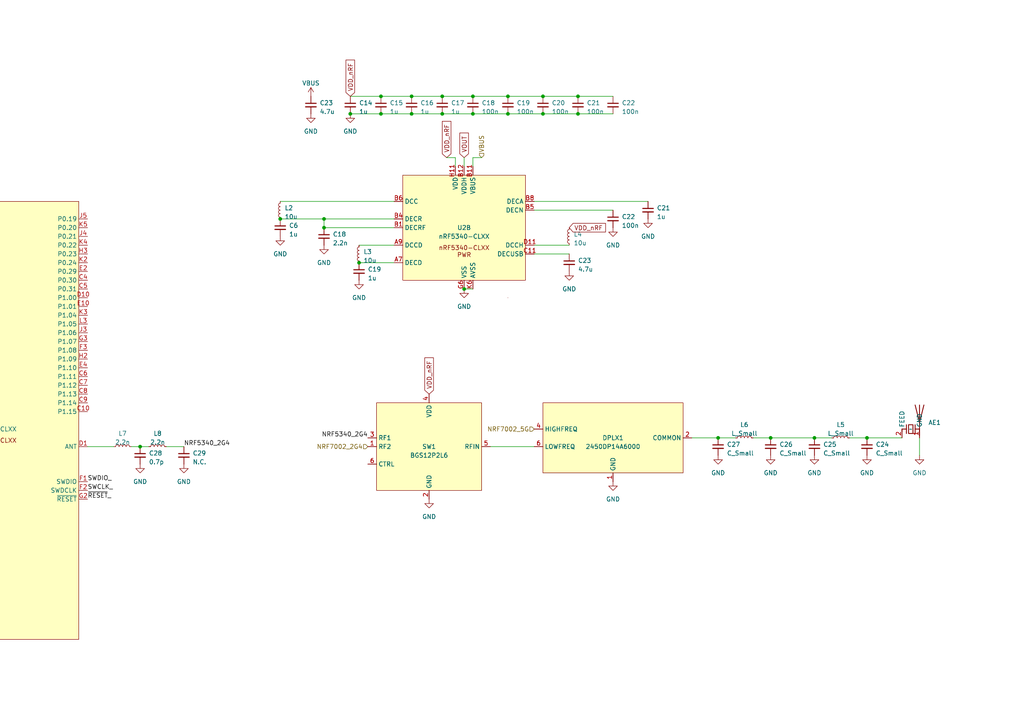
<source format=kicad_sch>
(kicad_sch (version 20230121) (generator eeschema)

  (uuid 102f1a5a-f366-4107-9431-2792d107f08d)

  (paper "A4")

  (lib_symbols
    (symbol "Device:C_Small" (pin_numbers hide) (pin_names (offset 0.254) hide) (in_bom yes) (on_board yes)
      (property "Reference" "C" (at 0.254 1.778 0)
        (effects (font (size 1.27 1.27)) (justify left))
      )
      (property "Value" "C_Small" (at 0.254 -2.032 0)
        (effects (font (size 1.27 1.27)) (justify left))
      )
      (property "Footprint" "" (at 0 0 0)
        (effects (font (size 1.27 1.27)) hide)
      )
      (property "Datasheet" "~" (at 0 0 0)
        (effects (font (size 1.27 1.27)) hide)
      )
      (property "ki_keywords" "capacitor cap" (at 0 0 0)
        (effects (font (size 1.27 1.27)) hide)
      )
      (property "ki_description" "Unpolarized capacitor, small symbol" (at 0 0 0)
        (effects (font (size 1.27 1.27)) hide)
      )
      (property "ki_fp_filters" "C_*" (at 0 0 0)
        (effects (font (size 1.27 1.27)) hide)
      )
      (symbol "C_Small_0_1"
        (polyline
          (pts
            (xy -1.524 -0.508)
            (xy 1.524 -0.508)
          )
          (stroke (width 0.3302) (type default))
          (fill (type none))
        )
        (polyline
          (pts
            (xy -1.524 0.508)
            (xy 1.524 0.508)
          )
          (stroke (width 0.3048) (type default))
          (fill (type none))
        )
      )
      (symbol "C_Small_1_1"
        (pin passive line (at 0 2.54 270) (length 2.032)
          (name "~" (effects (font (size 1.27 1.27))))
          (number "1" (effects (font (size 1.27 1.27))))
        )
        (pin passive line (at 0 -2.54 90) (length 2.032)
          (name "~" (effects (font (size 1.27 1.27))))
          (number "2" (effects (font (size 1.27 1.27))))
        )
      )
    )
    (symbol "Device:L_Small" (pin_numbers hide) (pin_names (offset 0.254) hide) (in_bom yes) (on_board yes)
      (property "Reference" "L" (at 0.762 1.016 0)
        (effects (font (size 1.27 1.27)) (justify left))
      )
      (property "Value" "L_Small" (at 0.762 -1.016 0)
        (effects (font (size 1.27 1.27)) (justify left))
      )
      (property "Footprint" "" (at 0 0 0)
        (effects (font (size 1.27 1.27)) hide)
      )
      (property "Datasheet" "~" (at 0 0 0)
        (effects (font (size 1.27 1.27)) hide)
      )
      (property "ki_keywords" "inductor choke coil reactor magnetic" (at 0 0 0)
        (effects (font (size 1.27 1.27)) hide)
      )
      (property "ki_description" "Inductor, small symbol" (at 0 0 0)
        (effects (font (size 1.27 1.27)) hide)
      )
      (property "ki_fp_filters" "Choke_* *Coil* Inductor_* L_*" (at 0 0 0)
        (effects (font (size 1.27 1.27)) hide)
      )
      (symbol "L_Small_0_1"
        (arc (start 0 -2.032) (mid 0.5058 -1.524) (end 0 -1.016)
          (stroke (width 0) (type default))
          (fill (type none))
        )
        (arc (start 0 -1.016) (mid 0.5058 -0.508) (end 0 0)
          (stroke (width 0) (type default))
          (fill (type none))
        )
        (arc (start 0 0) (mid 0.5058 0.508) (end 0 1.016)
          (stroke (width 0) (type default))
          (fill (type none))
        )
        (arc (start 0 1.016) (mid 0.5058 1.524) (end 0 2.032)
          (stroke (width 0) (type default))
          (fill (type none))
        )
      )
      (symbol "L_Small_1_1"
        (pin passive line (at 0 2.54 270) (length 0.508)
          (name "~" (effects (font (size 1.27 1.27))))
          (number "1" (effects (font (size 1.27 1.27))))
        )
        (pin passive line (at 0 -2.54 90) (length 0.508)
          (name "~" (effects (font (size 1.27 1.27))))
          (number "2" (effects (font (size 1.27 1.27))))
        )
      )
    )
    (symbol "nRF5340-CLXX_1" (in_bom yes) (on_board yes)
      (property "Reference" "U" (at 0 0 0) (do_not_autoplace)
        (effects (font (size 1.27 1.27)))
      )
      (property "Value" "nRF5340-CLXX" (at 0 -2.54 0) (do_not_autoplace)
        (effects (font (size 1.27 1.27)))
      )
      (property "Footprint" "nordic-lib-kicad-nrf53:BGA-132_12x11_4.39x3.994mm" (at 2.54 -20.32 0)
        (effects (font (size 1.27 1.27)) hide)
      )
      (property "Datasheet" "" (at 2.54 -20.32 0)
        (effects (font (size 1.27 1.27)) hide)
      )
      (property "ki_locked" "" (at 0 0 0)
        (effects (font (size 1.27 1.27)))
      )
      (symbol "nRF5340-CLXX_1_1_0"
        (pin unspecified line (at -27.94 58.42 0) (length 2.54)
          (name "XC1" (effects (font (size 1.27 1.27))))
          (number "A1" (effects (font (size 1.27 1.27))))
        )
        (pin unspecified line (at -27.94 22.86 0) (length 2.54)
          (name "D-" (effects (font (size 1.27 1.27))))
          (number "A11" (effects (font (size 1.27 1.27))))
        )
        (pin unspecified line (at -27.94 25.4 0) (length 2.54)
          (name "D+" (effects (font (size 1.27 1.27))))
          (number "A12" (effects (font (size 1.27 1.27))))
        )
        (pin unspecified line (at -27.94 53.34 0) (length 2.54)
          (name "XC2" (effects (font (size 1.27 1.27))))
          (number "A2" (effects (font (size 1.27 1.27))))
        )
        (pin unspecified line (at 27.94 2.54 180) (length 2.54)
          (name "P1.15" (effects (font (size 1.27 1.27))))
          (number "C10" (effects (font (size 1.27 1.27))))
        )
        (pin unspecified line (at 27.94 40.64 180) (length 2.54)
          (name "P0.30" (effects (font (size 1.27 1.27))))
          (number "C4" (effects (font (size 1.27 1.27))))
        )
        (pin unspecified line (at 27.94 38.1 180) (length 2.54)
          (name "P0.31" (effects (font (size 1.27 1.27))))
          (number "C5" (effects (font (size 1.27 1.27))))
        )
        (pin unspecified line (at 27.94 12.7 180) (length 2.54)
          (name "P1.11" (effects (font (size 1.27 1.27))))
          (number "C6" (effects (font (size 1.27 1.27))))
        )
        (pin unspecified line (at 27.94 10.16 180) (length 2.54)
          (name "P1.12" (effects (font (size 1.27 1.27))))
          (number "C7" (effects (font (size 1.27 1.27))))
        )
        (pin unspecified line (at 27.94 7.62 180) (length 2.54)
          (name "P1.13" (effects (font (size 1.27 1.27))))
          (number "C8" (effects (font (size 1.27 1.27))))
        )
        (pin unspecified line (at 27.94 5.08 180) (length 2.54)
          (name "P1.14" (effects (font (size 1.27 1.27))))
          (number "C9" (effects (font (size 1.27 1.27))))
        )
        (pin unspecified line (at 27.94 -7.62 180) (length 2.54)
          (name "ANT" (effects (font (size 1.27 1.27))))
          (number "D1" (effects (font (size 1.27 1.27))))
        )
        (pin unspecified line (at 27.94 35.56 180) (length 2.54)
          (name "P1.00" (effects (font (size 1.27 1.27))))
          (number "D10" (effects (font (size 1.27 1.27))))
        )
        (pin unspecified line (at 27.94 33.02 180) (length 2.54)
          (name "P1.01" (effects (font (size 1.27 1.27))))
          (number "E10" (effects (font (size 1.27 1.27))))
        )
        (pin unspecified line (at 27.94 43.18 180) (length 2.54)
          (name "P0.29" (effects (font (size 1.27 1.27))))
          (number "E2" (effects (font (size 1.27 1.27))))
        )
        (pin unspecified line (at -27.94 -12.7 0) (length 2.54)
          (name "P0.28/AIN7" (effects (font (size 1.27 1.27))))
          (number "E3" (effects (font (size 1.27 1.27))))
        )
        (pin unspecified line (at 27.94 15.24 180) (length 2.54)
          (name "P1.10" (effects (font (size 1.27 1.27))))
          (number "E4" (effects (font (size 1.27 1.27))))
        )
        (pin unspecified line (at 27.94 -17.78 180) (length 2.54)
          (name "SWDIO" (effects (font (size 1.27 1.27))))
          (number "F1" (effects (font (size 1.27 1.27))))
        )
        (pin unspecified line (at -27.94 2.54 0) (length 2.54)
          (name "P0.05/AIN1" (effects (font (size 1.27 1.27))))
          (number "F10" (effects (font (size 1.27 1.27))))
        )
        (pin unspecified line (at -27.94 43.18 0) (length 2.54)
          (name "P0.00/XL1" (effects (font (size 1.27 1.27))))
          (number "F11" (effects (font (size 1.27 1.27))))
        )
        (pin unspecified line (at -27.94 38.1 0) (length 2.54)
          (name "P0.01/XL2" (effects (font (size 1.27 1.27))))
          (number "F12" (effects (font (size 1.27 1.27))))
        )
        (pin unspecified line (at 27.94 -20.32 180) (length 2.54)
          (name "SWDCLK" (effects (font (size 1.27 1.27))))
          (number "F2" (effects (font (size 1.27 1.27))))
        )
        (pin unspecified line (at 27.94 20.32 180) (length 2.54)
          (name "P1.08" (effects (font (size 1.27 1.27))))
          (number "F3" (effects (font (size 1.27 1.27))))
        )
        (pin unspecified line (at -27.94 5.08 0) (length 2.54)
          (name "P0.04/AIN0" (effects (font (size 1.27 1.27))))
          (number "G10" (effects (font (size 1.27 1.27))))
        )
        (pin unspecified line (at -27.94 15.24 0) (length 2.54)
          (name "P0.02/NFC1" (effects (font (size 1.27 1.27))))
          (number "G11" (effects (font (size 1.27 1.27))))
        )
        (pin unspecified line (at 27.94 -22.86 180) (length 2.54)
          (name "~{RESET}" (effects (font (size 1.27 1.27))))
          (number "G2" (effects (font (size 1.27 1.27))))
        )
        (pin unspecified line (at 27.94 22.86 180) (length 2.54)
          (name "P1.07" (effects (font (size 1.27 1.27))))
          (number "G3" (effects (font (size 1.27 1.27))))
        )
        (pin unspecified line (at -27.94 -10.16 0) (length 2.54)
          (name "P0.27/AIN6" (effects (font (size 1.27 1.27))))
          (number "H1" (effects (font (size 1.27 1.27))))
        )
        (pin unspecified line (at -27.94 0 0) (length 2.54)
          (name "P0.06/AIN2" (effects (font (size 1.27 1.27))))
          (number "H10" (effects (font (size 1.27 1.27))))
        )
        (pin unspecified line (at -27.94 12.7 0) (length 2.54)
          (name "P0.03/NFC2" (effects (font (size 1.27 1.27))))
          (number "H12" (effects (font (size 1.27 1.27))))
        )
        (pin unspecified line (at 27.94 17.78 180) (length 2.54)
          (name "P1.09" (effects (font (size 1.27 1.27))))
          (number "H2" (effects (font (size 1.27 1.27))))
        )
        (pin unspecified line (at 27.94 48.26 180) (length 2.54)
          (name "P0.23" (effects (font (size 1.27 1.27))))
          (number "H3" (effects (font (size 1.27 1.27))))
        )
        (pin unspecified line (at -27.94 -2.54 0) (length 2.54)
          (name "P0.07/AIN3" (effects (font (size 1.27 1.27))))
          (number "J10" (effects (font (size 1.27 1.27))))
        )
        (pin unspecified line (at -27.94 -20.32 0) (length 2.54)
          (name "P1.02/TWI" (effects (font (size 1.27 1.27))))
          (number "J11" (effects (font (size 1.27 1.27))))
        )
        (pin unspecified line (at -27.94 -7.62 0) (length 2.54)
          (name "P0.26/AIN5" (effects (font (size 1.27 1.27))))
          (number "J2" (effects (font (size 1.27 1.27))))
        )
        (pin unspecified line (at 27.94 25.4 180) (length 2.54)
          (name "P1.06" (effects (font (size 1.27 1.27))))
          (number "J3" (effects (font (size 1.27 1.27))))
        )
        (pin unspecified line (at 27.94 53.34 180) (length 2.54)
          (name "P0.21" (effects (font (size 1.27 1.27))))
          (number "J4" (effects (font (size 1.27 1.27))))
        )
        (pin unspecified line (at 27.94 58.42 180) (length 2.54)
          (name "P0.19" (effects (font (size 1.27 1.27))))
          (number "J5" (effects (font (size 1.27 1.27))))
        )
        (pin unspecified line (at -27.94 -60.96 0) (length 2.54)
          (name "P0.12/TRACECLK/DCX" (effects (font (size 1.27 1.27))))
          (number "J6" (effects (font (size 1.27 1.27))))
        )
        (pin unspecified line (at -27.94 -58.42 0) (length 2.54)
          (name "P0.11/TRACEDATA0/~{CS}" (effects (font (size 1.27 1.27))))
          (number "J7" (effects (font (size 1.27 1.27))))
        )
        (pin unspecified line (at -27.94 -53.34 0) (length 2.54)
          (name "P0.10/TRACEDATA1/MISO" (effects (font (size 1.27 1.27))))
          (number "J8" (effects (font (size 1.27 1.27))))
        )
        (pin unspecified line (at -27.94 -50.8 0) (length 2.54)
          (name "P0.09/TRACEDATA2/MOSI" (effects (font (size 1.27 1.27))))
          (number "J9" (effects (font (size 1.27 1.27))))
        )
        (pin unspecified line (at -27.94 -30.48 0) (length 2.54)
          (name "P0.13/IO0" (effects (font (size 1.27 1.27))))
          (number "K10" (effects (font (size 1.27 1.27))))
        )
        (pin unspecified line (at -27.94 -22.86 0) (length 2.54)
          (name "P1.03/TWI" (effects (font (size 1.27 1.27))))
          (number "K12" (effects (font (size 1.27 1.27))))
        )
        (pin unspecified line (at 27.94 45.72 180) (length 2.54)
          (name "P0.24" (effects (font (size 1.27 1.27))))
          (number "K2" (effects (font (size 1.27 1.27))))
        )
        (pin unspecified line (at 27.94 30.48 180) (length 2.54)
          (name "P1.04" (effects (font (size 1.27 1.27))))
          (number "K3" (effects (font (size 1.27 1.27))))
        )
        (pin unspecified line (at 27.94 50.8 180) (length 2.54)
          (name "P0.22" (effects (font (size 1.27 1.27))))
          (number "K4" (effects (font (size 1.27 1.27))))
        )
        (pin unspecified line (at 27.94 55.88 180) (length 2.54)
          (name "P0.20" (effects (font (size 1.27 1.27))))
          (number "K5" (effects (font (size 1.27 1.27))))
        )
        (pin unspecified line (at -27.94 -43.18 0) (length 2.54)
          (name "P0.18/~{CS}" (effects (font (size 1.27 1.27))))
          (number "K7" (effects (font (size 1.27 1.27))))
        )
        (pin unspecified line (at -27.94 -38.1 0) (length 2.54)
          (name "P0.16/IO3" (effects (font (size 1.27 1.27))))
          (number "K8" (effects (font (size 1.27 1.27))))
        )
        (pin unspecified line (at -27.94 -33.02 0) (length 2.54)
          (name "P0.14/IO1" (effects (font (size 1.27 1.27))))
          (number "K9" (effects (font (size 1.27 1.27))))
        )
        (pin unspecified line (at -27.94 -5.08 0) (length 2.54)
          (name "P0.25/AIN4" (effects (font (size 1.27 1.27))))
          (number "L1" (effects (font (size 1.27 1.27))))
        )
        (pin unspecified line (at -27.94 -55.88 0) (length 2.54)
          (name "P0.08/TRACEDATA3/SCK" (effects (font (size 1.27 1.27))))
          (number "L12" (effects (font (size 1.27 1.27))))
        )
        (pin unspecified line (at 27.94 27.94 180) (length 2.54)
          (name "P1.05" (effects (font (size 1.27 1.27))))
          (number "L3" (effects (font (size 1.27 1.27))))
        )
        (pin unspecified line (at -27.94 -40.64 0) (length 2.54)
          (name "P0.17/SCK" (effects (font (size 1.27 1.27))))
          (number "L7" (effects (font (size 1.27 1.27))))
        )
        (pin unspecified line (at -27.94 -35.56 0) (length 2.54)
          (name "P0.15/IO2" (effects (font (size 1.27 1.27))))
          (number "L9" (effects (font (size 1.27 1.27))))
        )
      )
      (symbol "nRF5340-CLXX_1_1_1"
        (rectangle (start -25.4 63.5) (end 25.4 -63.5)
          (stroke (width 0) (type default))
          (fill (type background))
        )
        (rectangle (start 25.4 -63.5) (end 25.4 -63.5)
          (stroke (width 0) (type default))
          (fill (type none))
        )
        (text "nRF5340-CLXX\nI/O" (at 0 -5.08 0)
          (effects (font (size 1.27 1.27)) (justify top))
        )
      )
      (symbol "nRF5340-CLXX_1_2_0"
        (pin unspecified line (at 0 -17.78 90) (length 2.54) hide
          (name "VSS" (effects (font (size 1.27 1.27))))
          (number "A5" (effects (font (size 1.27 1.27))))
        )
        (pin unspecified line (at -20.32 -10.16 0) (length 2.54)
          (name "DECD" (effects (font (size 1.27 1.27))))
          (number "A7" (effects (font (size 1.27 1.27))))
        )
        (pin unspecified line (at -20.32 -5.08 0) (length 2.54)
          (name "DCCD" (effects (font (size 1.27 1.27))))
          (number "A9" (effects (font (size 1.27 1.27))))
        )
        (pin unspecified line (at -20.32 0 0) (length 2.54)
          (name "DECRF" (effects (font (size 1.27 1.27))))
          (number "B1" (effects (font (size 1.27 1.27))))
        )
        (pin unspecified line (at -2.54 17.78 270) (length 2.54) hide
          (name "VDD" (effects (font (size 1.27 1.27))))
          (number "B10" (effects (font (size 1.27 1.27))))
        )
        (pin unspecified line (at 2.54 17.78 270) (length 2.54)
          (name "VBUS" (effects (font (size 1.27 1.27))))
          (number "B11" (effects (font (size 1.27 1.27))))
        )
        (pin unspecified line (at 0 17.78 270) (length 2.54)
          (name "VDDH" (effects (font (size 1.27 1.27))))
          (number "B12" (effects (font (size 1.27 1.27))))
        )
        (pin unspecified line (at 0 -17.78 90) (length 2.54) hide
          (name "VSS" (effects (font (size 1.27 1.27))))
          (number "B2" (effects (font (size 1.27 1.27))))
        )
        (pin unspecified line (at -20.32 2.54 0) (length 2.54)
          (name "DECR" (effects (font (size 1.27 1.27))))
          (number "B4" (effects (font (size 1.27 1.27))))
        )
        (pin unspecified line (at 20.32 5.08 180) (length 2.54)
          (name "DECN" (effects (font (size 1.27 1.27))))
          (number "B5" (effects (font (size 1.27 1.27))))
        )
        (pin unspecified line (at -20.32 7.62 0) (length 2.54)
          (name "DCC" (effects (font (size 1.27 1.27))))
          (number "B6" (effects (font (size 1.27 1.27))))
        )
        (pin unspecified line (at -2.54 17.78 270) (length 2.54) hide
          (name "VDD" (effects (font (size 1.27 1.27))))
          (number "B7" (effects (font (size 1.27 1.27))))
        )
        (pin unspecified line (at 20.32 7.62 180) (length 2.54)
          (name "DECA" (effects (font (size 1.27 1.27))))
          (number "B8" (effects (font (size 1.27 1.27))))
        )
        (pin unspecified line (at 0 -17.78 90) (length 2.54) hide
          (name "VSS" (effects (font (size 1.27 1.27))))
          (number "B9" (effects (font (size 1.27 1.27))))
        )
        (pin unspecified line (at 20.32 -7.62 180) (length 2.54)
          (name "DECUSB" (effects (font (size 1.27 1.27))))
          (number "C11" (effects (font (size 1.27 1.27))))
        )
        (pin unspecified line (at 0 -17.78 90) (length 2.54) hide
          (name "VSS" (effects (font (size 1.27 1.27))))
          (number "C2" (effects (font (size 1.27 1.27))))
        )
        (pin unspecified line (at 20.32 -5.08 180) (length 2.54)
          (name "DCCH" (effects (font (size 1.27 1.27))))
          (number "D11" (effects (font (size 1.27 1.27))))
        )
        (pin unspecified line (at 0 -17.78 90) (length 2.54) hide
          (name "VSS" (effects (font (size 1.27 1.27))))
          (number "D12" (effects (font (size 1.27 1.27))))
        )
        (pin unspecified line (at -2.54 17.78 270) (length 2.54) hide
          (name "VDD" (effects (font (size 1.27 1.27))))
          (number "D2" (effects (font (size 1.27 1.27))))
        )
        (pin unspecified line (at -2.54 17.78 270) (length 2.54) hide
          (name "VDD" (effects (font (size 1.27 1.27))))
          (number "E11" (effects (font (size 1.27 1.27))))
        )
        (pin unspecified line (at 0 -17.78 90) (length 2.54) hide
          (name "VSS" (effects (font (size 1.27 1.27))))
          (number "E5" (effects (font (size 1.27 1.27))))
        )
        (pin unspecified line (at 0 -17.78 90) (length 2.54) hide
          (name "VSS" (effects (font (size 1.27 1.27))))
          (number "E6" (effects (font (size 1.27 1.27))))
        )
        (pin unspecified line (at 0 -17.78 90) (length 2.54) hide
          (name "VSS" (effects (font (size 1.27 1.27))))
          (number "E7" (effects (font (size 1.27 1.27))))
        )
        (pin unspecified line (at 0 -17.78 90) (length 2.54) hide
          (name "VSS" (effects (font (size 1.27 1.27))))
          (number "E8" (effects (font (size 1.27 1.27))))
        )
        (pin unspecified line (at 0 -17.78 90) (length 2.54) hide
          (name "VSS" (effects (font (size 1.27 1.27))))
          (number "F5" (effects (font (size 1.27 1.27))))
        )
        (pin unspecified line (at 0 -17.78 90) (length 2.54) hide
          (name "VSS" (effects (font (size 1.27 1.27))))
          (number "F6" (effects (font (size 1.27 1.27))))
        )
        (pin unspecified line (at 0 -17.78 90) (length 2.54) hide
          (name "VSS" (effects (font (size 1.27 1.27))))
          (number "F7" (effects (font (size 1.27 1.27))))
        )
        (pin unspecified line (at 0 -17.78 90) (length 2.54) hide
          (name "VSS" (effects (font (size 1.27 1.27))))
          (number "F8" (effects (font (size 1.27 1.27))))
        )
        (pin unspecified line (at 2.54 -17.78 90) (length 2.54) hide
          (name "AVSS" (effects (font (size 1.27 1.27))))
          (number "G5" (effects (font (size 1.27 1.27))))
        )
        (pin unspecified line (at 0 -17.78 90) (length 2.54)
          (name "VSS" (effects (font (size 1.27 1.27))))
          (number "G6" (effects (font (size 1.27 1.27))))
        )
        (pin unspecified line (at 0 -17.78 90) (length 2.54) hide
          (name "VSS" (effects (font (size 1.27 1.27))))
          (number "G7" (effects (font (size 1.27 1.27))))
        )
        (pin unspecified line (at 0 -17.78 90) (length 2.54) hide
          (name "VSS" (effects (font (size 1.27 1.27))))
          (number "G8" (effects (font (size 1.27 1.27))))
        )
        (pin unspecified line (at -2.54 17.78 270) (length 2.54)
          (name "VDD" (effects (font (size 1.27 1.27))))
          (number "H11" (effects (font (size 1.27 1.27))))
        )
        (pin unspecified line (at -2.54 17.78 270) (length 2.54) hide
          (name "VDD" (effects (font (size 1.27 1.27))))
          (number "K1" (effects (font (size 1.27 1.27))))
        )
        (pin unspecified line (at 2.54 -17.78 90) (length 2.54) hide
          (name "AVSS" (effects (font (size 1.27 1.27))))
          (number "K11" (effects (font (size 1.27 1.27))))
        )
        (pin unspecified line (at 2.54 -17.78 90) (length 2.54)
          (name "AVSS" (effects (font (size 1.27 1.27))))
          (number "K6" (effects (font (size 1.27 1.27))))
        )
        (pin unspecified line (at -2.54 17.78 270) (length 2.54) hide
          (name "VDD" (effects (font (size 1.27 1.27))))
          (number "L11" (effects (font (size 1.27 1.27))))
        )
        (pin unspecified line (at -2.54 17.78 270) (length 2.54) hide
          (name "VDD" (effects (font (size 1.27 1.27))))
          (number "L5" (effects (font (size 1.27 1.27))))
        )
      )
      (symbol "nRF5340-CLXX_1_2_1"
        (rectangle (start -17.78 15.24) (end 17.78 -15.24)
          (stroke (width 0) (type default))
          (fill (type background))
        )
        (rectangle (start 12.7 -20.32) (end 12.7 -20.32)
          (stroke (width 0) (type default))
          (fill (type none))
        )
        (text "nRF5340-CLXX\nPWR" (at 0 -5.08 0)
          (effects (font (size 1.27 1.27)) (justify top))
        )
        (pin unspecified line (at -2.54 17.78 270) (length 2.54) hide
          (name "VDD" (effects (font (size 1.27 1.27))))
          (number "A3" (effects (font (size 1.27 1.27))))
        )
      )
    )
    (symbol "nordic-lib-kicad-nrf53:nRF5340-CLXX" (in_bom yes) (on_board yes)
      (property "Reference" "U" (at 0 0 0) (do_not_autoplace)
        (effects (font (size 1.27 1.27)))
      )
      (property "Value" "nRF5340-CLXX" (at 0 -2.54 0) (do_not_autoplace)
        (effects (font (size 1.27 1.27)))
      )
      (property "Footprint" "nordic-lib-kicad-nrf53:BGA-132_12x11_4.39x3.994mm" (at 2.54 -20.32 0)
        (effects (font (size 1.27 1.27)) hide)
      )
      (property "Datasheet" "" (at 2.54 -20.32 0)
        (effects (font (size 1.27 1.27)) hide)
      )
      (property "ki_locked" "" (at 0 0 0)
        (effects (font (size 1.27 1.27)))
      )
      (symbol "nRF5340-CLXX_1_0"
        (pin unspecified line (at -27.94 58.42 0) (length 2.54)
          (name "XC1" (effects (font (size 1.27 1.27))))
          (number "A1" (effects (font (size 1.27 1.27))))
        )
        (pin unspecified line (at -27.94 22.86 0) (length 2.54)
          (name "D-" (effects (font (size 1.27 1.27))))
          (number "A11" (effects (font (size 1.27 1.27))))
        )
        (pin unspecified line (at -27.94 25.4 0) (length 2.54)
          (name "D+" (effects (font (size 1.27 1.27))))
          (number "A12" (effects (font (size 1.27 1.27))))
        )
        (pin unspecified line (at -27.94 53.34 0) (length 2.54)
          (name "XC2" (effects (font (size 1.27 1.27))))
          (number "A2" (effects (font (size 1.27 1.27))))
        )
        (pin unspecified line (at 27.94 2.54 180) (length 2.54)
          (name "P1.15" (effects (font (size 1.27 1.27))))
          (number "C10" (effects (font (size 1.27 1.27))))
        )
        (pin unspecified line (at 27.94 40.64 180) (length 2.54)
          (name "P0.30" (effects (font (size 1.27 1.27))))
          (number "C4" (effects (font (size 1.27 1.27))))
        )
        (pin unspecified line (at 27.94 38.1 180) (length 2.54)
          (name "P0.31" (effects (font (size 1.27 1.27))))
          (number "C5" (effects (font (size 1.27 1.27))))
        )
        (pin unspecified line (at 27.94 12.7 180) (length 2.54)
          (name "P1.11" (effects (font (size 1.27 1.27))))
          (number "C6" (effects (font (size 1.27 1.27))))
        )
        (pin unspecified line (at 27.94 10.16 180) (length 2.54)
          (name "P1.12" (effects (font (size 1.27 1.27))))
          (number "C7" (effects (font (size 1.27 1.27))))
        )
        (pin unspecified line (at 27.94 7.62 180) (length 2.54)
          (name "P1.13" (effects (font (size 1.27 1.27))))
          (number "C8" (effects (font (size 1.27 1.27))))
        )
        (pin unspecified line (at 27.94 5.08 180) (length 2.54)
          (name "P1.14" (effects (font (size 1.27 1.27))))
          (number "C9" (effects (font (size 1.27 1.27))))
        )
        (pin unspecified line (at 27.94 -7.62 180) (length 2.54)
          (name "ANT" (effects (font (size 1.27 1.27))))
          (number "D1" (effects (font (size 1.27 1.27))))
        )
        (pin unspecified line (at 27.94 35.56 180) (length 2.54)
          (name "P1.00" (effects (font (size 1.27 1.27))))
          (number "D10" (effects (font (size 1.27 1.27))))
        )
        (pin unspecified line (at 27.94 33.02 180) (length 2.54)
          (name "P1.01" (effects (font (size 1.27 1.27))))
          (number "E10" (effects (font (size 1.27 1.27))))
        )
        (pin unspecified line (at 27.94 43.18 180) (length 2.54)
          (name "P0.29" (effects (font (size 1.27 1.27))))
          (number "E2" (effects (font (size 1.27 1.27))))
        )
        (pin unspecified line (at -27.94 -12.7 0) (length 2.54)
          (name "P0.28/AIN7" (effects (font (size 1.27 1.27))))
          (number "E3" (effects (font (size 1.27 1.27))))
        )
        (pin unspecified line (at 27.94 15.24 180) (length 2.54)
          (name "P1.10" (effects (font (size 1.27 1.27))))
          (number "E4" (effects (font (size 1.27 1.27))))
        )
        (pin unspecified line (at 27.94 -17.78 180) (length 2.54)
          (name "SWDIO" (effects (font (size 1.27 1.27))))
          (number "F1" (effects (font (size 1.27 1.27))))
        )
        (pin unspecified line (at -27.94 2.54 0) (length 2.54)
          (name "P0.05/AIN1" (effects (font (size 1.27 1.27))))
          (number "F10" (effects (font (size 1.27 1.27))))
        )
        (pin unspecified line (at -27.94 43.18 0) (length 2.54)
          (name "P0.00/XL1" (effects (font (size 1.27 1.27))))
          (number "F11" (effects (font (size 1.27 1.27))))
        )
        (pin unspecified line (at -27.94 38.1 0) (length 2.54)
          (name "P0.01/XL2" (effects (font (size 1.27 1.27))))
          (number "F12" (effects (font (size 1.27 1.27))))
        )
        (pin unspecified line (at 27.94 -20.32 180) (length 2.54)
          (name "SWDCLK" (effects (font (size 1.27 1.27))))
          (number "F2" (effects (font (size 1.27 1.27))))
        )
        (pin unspecified line (at 27.94 20.32 180) (length 2.54)
          (name "P1.08" (effects (font (size 1.27 1.27))))
          (number "F3" (effects (font (size 1.27 1.27))))
        )
        (pin unspecified line (at -27.94 5.08 0) (length 2.54)
          (name "P0.04/AIN0" (effects (font (size 1.27 1.27))))
          (number "G10" (effects (font (size 1.27 1.27))))
        )
        (pin unspecified line (at -27.94 15.24 0) (length 2.54)
          (name "P0.02/NFC1" (effects (font (size 1.27 1.27))))
          (number "G11" (effects (font (size 1.27 1.27))))
        )
        (pin unspecified line (at 27.94 -22.86 180) (length 2.54)
          (name "~{RESET}" (effects (font (size 1.27 1.27))))
          (number "G2" (effects (font (size 1.27 1.27))))
        )
        (pin unspecified line (at 27.94 22.86 180) (length 2.54)
          (name "P1.07" (effects (font (size 1.27 1.27))))
          (number "G3" (effects (font (size 1.27 1.27))))
        )
        (pin unspecified line (at -27.94 -10.16 0) (length 2.54)
          (name "P0.27/AIN6" (effects (font (size 1.27 1.27))))
          (number "H1" (effects (font (size 1.27 1.27))))
        )
        (pin unspecified line (at -27.94 0 0) (length 2.54)
          (name "P0.06/AIN2" (effects (font (size 1.27 1.27))))
          (number "H10" (effects (font (size 1.27 1.27))))
        )
        (pin unspecified line (at -27.94 12.7 0) (length 2.54)
          (name "P0.03/NFC2" (effects (font (size 1.27 1.27))))
          (number "H12" (effects (font (size 1.27 1.27))))
        )
        (pin unspecified line (at 27.94 17.78 180) (length 2.54)
          (name "P1.09" (effects (font (size 1.27 1.27))))
          (number "H2" (effects (font (size 1.27 1.27))))
        )
        (pin unspecified line (at 27.94 48.26 180) (length 2.54)
          (name "P0.23" (effects (font (size 1.27 1.27))))
          (number "H3" (effects (font (size 1.27 1.27))))
        )
        (pin unspecified line (at -27.94 -2.54 0) (length 2.54)
          (name "P0.07/AIN3" (effects (font (size 1.27 1.27))))
          (number "J10" (effects (font (size 1.27 1.27))))
        )
        (pin unspecified line (at -27.94 -20.32 0) (length 2.54)
          (name "P1.02/TWI" (effects (font (size 1.27 1.27))))
          (number "J11" (effects (font (size 1.27 1.27))))
        )
        (pin unspecified line (at -27.94 -7.62 0) (length 2.54)
          (name "P0.26/AIN5" (effects (font (size 1.27 1.27))))
          (number "J2" (effects (font (size 1.27 1.27))))
        )
        (pin unspecified line (at 27.94 25.4 180) (length 2.54)
          (name "P1.06" (effects (font (size 1.27 1.27))))
          (number "J3" (effects (font (size 1.27 1.27))))
        )
        (pin unspecified line (at 27.94 53.34 180) (length 2.54)
          (name "P0.21" (effects (font (size 1.27 1.27))))
          (number "J4" (effects (font (size 1.27 1.27))))
        )
        (pin unspecified line (at 27.94 58.42 180) (length 2.54)
          (name "P0.19" (effects (font (size 1.27 1.27))))
          (number "J5" (effects (font (size 1.27 1.27))))
        )
        (pin unspecified line (at -27.94 -60.96 0) (length 2.54)
          (name "P0.12/TRACECLK/DCX" (effects (font (size 1.27 1.27))))
          (number "J6" (effects (font (size 1.27 1.27))))
        )
        (pin unspecified line (at -27.94 -58.42 0) (length 2.54)
          (name "P0.11/TRACEDATA0/~{CS}" (effects (font (size 1.27 1.27))))
          (number "J7" (effects (font (size 1.27 1.27))))
        )
        (pin unspecified line (at -27.94 -53.34 0) (length 2.54)
          (name "P0.10/TRACEDATA1/MISO" (effects (font (size 1.27 1.27))))
          (number "J8" (effects (font (size 1.27 1.27))))
        )
        (pin unspecified line (at -27.94 -50.8 0) (length 2.54)
          (name "P0.09/TRACEDATA2/MOSI" (effects (font (size 1.27 1.27))))
          (number "J9" (effects (font (size 1.27 1.27))))
        )
        (pin unspecified line (at -27.94 -30.48 0) (length 2.54)
          (name "P0.13/IO0" (effects (font (size 1.27 1.27))))
          (number "K10" (effects (font (size 1.27 1.27))))
        )
        (pin unspecified line (at -27.94 -22.86 0) (length 2.54)
          (name "P1.03/TWI" (effects (font (size 1.27 1.27))))
          (number "K12" (effects (font (size 1.27 1.27))))
        )
        (pin unspecified line (at 27.94 45.72 180) (length 2.54)
          (name "P0.24" (effects (font (size 1.27 1.27))))
          (number "K2" (effects (font (size 1.27 1.27))))
        )
        (pin unspecified line (at 27.94 30.48 180) (length 2.54)
          (name "P1.04" (effects (font (size 1.27 1.27))))
          (number "K3" (effects (font (size 1.27 1.27))))
        )
        (pin unspecified line (at 27.94 50.8 180) (length 2.54)
          (name "P0.22" (effects (font (size 1.27 1.27))))
          (number "K4" (effects (font (size 1.27 1.27))))
        )
        (pin unspecified line (at 27.94 55.88 180) (length 2.54)
          (name "P0.20" (effects (font (size 1.27 1.27))))
          (number "K5" (effects (font (size 1.27 1.27))))
        )
        (pin unspecified line (at -27.94 -43.18 0) (length 2.54)
          (name "P0.18/~{CS}" (effects (font (size 1.27 1.27))))
          (number "K7" (effects (font (size 1.27 1.27))))
        )
        (pin unspecified line (at -27.94 -38.1 0) (length 2.54)
          (name "P0.16/IO3" (effects (font (size 1.27 1.27))))
          (number "K8" (effects (font (size 1.27 1.27))))
        )
        (pin unspecified line (at -27.94 -33.02 0) (length 2.54)
          (name "P0.14/IO1" (effects (font (size 1.27 1.27))))
          (number "K9" (effects (font (size 1.27 1.27))))
        )
        (pin unspecified line (at -27.94 -5.08 0) (length 2.54)
          (name "P0.25/AIN4" (effects (font (size 1.27 1.27))))
          (number "L1" (effects (font (size 1.27 1.27))))
        )
        (pin unspecified line (at -27.94 -55.88 0) (length 2.54)
          (name "P0.08/TRACEDATA3/SCK" (effects (font (size 1.27 1.27))))
          (number "L12" (effects (font (size 1.27 1.27))))
        )
        (pin unspecified line (at 27.94 27.94 180) (length 2.54)
          (name "P1.05" (effects (font (size 1.27 1.27))))
          (number "L3" (effects (font (size 1.27 1.27))))
        )
        (pin unspecified line (at -27.94 -40.64 0) (length 2.54)
          (name "P0.17/SCK" (effects (font (size 1.27 1.27))))
          (number "L7" (effects (font (size 1.27 1.27))))
        )
        (pin unspecified line (at -27.94 -35.56 0) (length 2.54)
          (name "P0.15/IO2" (effects (font (size 1.27 1.27))))
          (number "L9" (effects (font (size 1.27 1.27))))
        )
      )
      (symbol "nRF5340-CLXX_1_1"
        (rectangle (start -25.4 63.5) (end 25.4 -63.5)
          (stroke (width 0) (type default))
          (fill (type background))
        )
        (rectangle (start 25.4 -63.5) (end 25.4 -63.5)
          (stroke (width 0) (type default))
          (fill (type none))
        )
        (text "nRF5340-CLXX\nI/O" (at 0 -5.08 0)
          (effects (font (size 1.27 1.27)) (justify top))
        )
      )
      (symbol "nRF5340-CLXX_2_0"
        (pin unspecified line (at 0 -17.78 90) (length 2.54) hide
          (name "VSS" (effects (font (size 1.27 1.27))))
          (number "A5" (effects (font (size 1.27 1.27))))
        )
        (pin unspecified line (at 20.32 5.08 180) (length 2.54)
          (name "DECD" (effects (font (size 1.27 1.27))))
          (number "A7" (effects (font (size 1.27 1.27))))
        )
        (pin unspecified line (at -20.32 5.08 0) (length 2.54)
          (name "DCCD" (effects (font (size 1.27 1.27))))
          (number "A9" (effects (font (size 1.27 1.27))))
        )
        (pin unspecified line (at 20.32 -2.54 180) (length 2.54)
          (name "DECRF" (effects (font (size 1.27 1.27))))
          (number "B1" (effects (font (size 1.27 1.27))))
        )
        (pin unspecified line (at -2.54 17.78 270) (length 2.54) hide
          (name "VDD" (effects (font (size 1.27 1.27))))
          (number "B10" (effects (font (size 1.27 1.27))))
        )
        (pin unspecified line (at 2.54 17.78 270) (length 2.54)
          (name "VBUS" (effects (font (size 1.27 1.27))))
          (number "B11" (effects (font (size 1.27 1.27))))
        )
        (pin unspecified line (at 0 17.78 270) (length 2.54)
          (name "VDDH" (effects (font (size 1.27 1.27))))
          (number "B12" (effects (font (size 1.27 1.27))))
        )
        (pin unspecified line (at 0 -17.78 90) (length 2.54) hide
          (name "VSS" (effects (font (size 1.27 1.27))))
          (number "B2" (effects (font (size 1.27 1.27))))
        )
        (pin unspecified line (at 20.32 0 180) (length 2.54)
          (name "DECR" (effects (font (size 1.27 1.27))))
          (number "B4" (effects (font (size 1.27 1.27))))
        )
        (pin unspecified line (at 20.32 2.54 180) (length 2.54)
          (name "DECN" (effects (font (size 1.27 1.27))))
          (number "B5" (effects (font (size 1.27 1.27))))
        )
        (pin unspecified line (at -20.32 7.62 0) (length 2.54)
          (name "DCC" (effects (font (size 1.27 1.27))))
          (number "B6" (effects (font (size 1.27 1.27))))
        )
        (pin unspecified line (at -2.54 17.78 270) (length 2.54) hide
          (name "VDD" (effects (font (size 1.27 1.27))))
          (number "B7" (effects (font (size 1.27 1.27))))
        )
        (pin unspecified line (at 20.32 7.62 180) (length 2.54)
          (name "DECA" (effects (font (size 1.27 1.27))))
          (number "B8" (effects (font (size 1.27 1.27))))
        )
        (pin unspecified line (at 0 -17.78 90) (length 2.54) hide
          (name "VSS" (effects (font (size 1.27 1.27))))
          (number "B9" (effects (font (size 1.27 1.27))))
        )
        (pin unspecified line (at 20.32 -5.08 180) (length 2.54)
          (name "DECUSB" (effects (font (size 1.27 1.27))))
          (number "C11" (effects (font (size 1.27 1.27))))
        )
        (pin unspecified line (at 0 -17.78 90) (length 2.54) hide
          (name "VSS" (effects (font (size 1.27 1.27))))
          (number "C2" (effects (font (size 1.27 1.27))))
        )
        (pin unspecified line (at -20.32 2.54 0) (length 2.54)
          (name "DCCH" (effects (font (size 1.27 1.27))))
          (number "D11" (effects (font (size 1.27 1.27))))
        )
        (pin unspecified line (at 0 -17.78 90) (length 2.54) hide
          (name "VSS" (effects (font (size 1.27 1.27))))
          (number "D12" (effects (font (size 1.27 1.27))))
        )
        (pin unspecified line (at -2.54 17.78 270) (length 2.54) hide
          (name "VDD" (effects (font (size 1.27 1.27))))
          (number "D2" (effects (font (size 1.27 1.27))))
        )
        (pin unspecified line (at -2.54 17.78 270) (length 2.54) hide
          (name "VDD" (effects (font (size 1.27 1.27))))
          (number "E11" (effects (font (size 1.27 1.27))))
        )
        (pin unspecified line (at 0 -17.78 90) (length 2.54) hide
          (name "VSS" (effects (font (size 1.27 1.27))))
          (number "E5" (effects (font (size 1.27 1.27))))
        )
        (pin unspecified line (at 0 -17.78 90) (length 2.54) hide
          (name "VSS" (effects (font (size 1.27 1.27))))
          (number "E6" (effects (font (size 1.27 1.27))))
        )
        (pin unspecified line (at 0 -17.78 90) (length 2.54) hide
          (name "VSS" (effects (font (size 1.27 1.27))))
          (number "E7" (effects (font (size 1.27 1.27))))
        )
        (pin unspecified line (at 0 -17.78 90) (length 2.54) hide
          (name "VSS" (effects (font (size 1.27 1.27))))
          (number "E8" (effects (font (size 1.27 1.27))))
        )
        (pin unspecified line (at 0 -17.78 90) (length 2.54) hide
          (name "VSS" (effects (font (size 1.27 1.27))))
          (number "F5" (effects (font (size 1.27 1.27))))
        )
        (pin unspecified line (at 0 -17.78 90) (length 2.54) hide
          (name "VSS" (effects (font (size 1.27 1.27))))
          (number "F6" (effects (font (size 1.27 1.27))))
        )
        (pin unspecified line (at 0 -17.78 90) (length 2.54) hide
          (name "VSS" (effects (font (size 1.27 1.27))))
          (number "F7" (effects (font (size 1.27 1.27))))
        )
        (pin unspecified line (at 0 -17.78 90) (length 2.54) hide
          (name "VSS" (effects (font (size 1.27 1.27))))
          (number "F8" (effects (font (size 1.27 1.27))))
        )
        (pin unspecified line (at 2.54 -17.78 90) (length 2.54) hide
          (name "AVSS" (effects (font (size 1.27 1.27))))
          (number "G5" (effects (font (size 1.27 1.27))))
        )
        (pin unspecified line (at 0 -17.78 90) (length 2.54)
          (name "VSS" (effects (font (size 1.27 1.27))))
          (number "G6" (effects (font (size 1.27 1.27))))
        )
        (pin unspecified line (at 0 -17.78 90) (length 2.54) hide
          (name "VSS" (effects (font (size 1.27 1.27))))
          (number "G7" (effects (font (size 1.27 1.27))))
        )
        (pin unspecified line (at 0 -17.78 90) (length 2.54) hide
          (name "VSS" (effects (font (size 1.27 1.27))))
          (number "G8" (effects (font (size 1.27 1.27))))
        )
        (pin unspecified line (at -2.54 17.78 270) (length 2.54)
          (name "VDD" (effects (font (size 1.27 1.27))))
          (number "H11" (effects (font (size 1.27 1.27))))
        )
        (pin unspecified line (at -2.54 17.78 270) (length 2.54) hide
          (name "VDD" (effects (font (size 1.27 1.27))))
          (number "K1" (effects (font (size 1.27 1.27))))
        )
        (pin unspecified line (at 2.54 -17.78 90) (length 2.54) hide
          (name "AVSS" (effects (font (size 1.27 1.27))))
          (number "K11" (effects (font (size 1.27 1.27))))
        )
        (pin unspecified line (at 2.54 -17.78 90) (length 2.54)
          (name "AVSS" (effects (font (size 1.27 1.27))))
          (number "K6" (effects (font (size 1.27 1.27))))
        )
        (pin unspecified line (at -2.54 17.78 270) (length 2.54) hide
          (name "VDD" (effects (font (size 1.27 1.27))))
          (number "L11" (effects (font (size 1.27 1.27))))
        )
        (pin unspecified line (at -2.54 17.78 270) (length 2.54) hide
          (name "VDD" (effects (font (size 1.27 1.27))))
          (number "L5" (effects (font (size 1.27 1.27))))
        )
      )
      (symbol "nRF5340-CLXX_2_1"
        (rectangle (start -17.78 15.24) (end 17.78 -15.24)
          (stroke (width 0) (type default))
          (fill (type background))
        )
        (rectangle (start 12.7 -20.32) (end 12.7 -20.32)
          (stroke (width 0) (type default))
          (fill (type none))
        )
        (text "nRF5340-CLXX\nPWR" (at 0 -5.08 0)
          (effects (font (size 1.27 1.27)) (justify top))
        )
        (pin unspecified line (at -2.54 17.78 270) (length 2.54) hide
          (name "VDD" (effects (font (size 1.27 1.27))))
          (number "A3" (effects (font (size 1.27 1.27))))
        )
      )
    )
    (symbol "power:GND" (power) (pin_names (offset 0)) (in_bom yes) (on_board yes)
      (property "Reference" "#PWR" (at 0 -6.35 0)
        (effects (font (size 1.27 1.27)) hide)
      )
      (property "Value" "GND" (at 0 -3.81 0)
        (effects (font (size 1.27 1.27)))
      )
      (property "Footprint" "" (at 0 0 0)
        (effects (font (size 1.27 1.27)) hide)
      )
      (property "Datasheet" "" (at 0 0 0)
        (effects (font (size 1.27 1.27)) hide)
      )
      (property "ki_keywords" "global power" (at 0 0 0)
        (effects (font (size 1.27 1.27)) hide)
      )
      (property "ki_description" "Power symbol creates a global label with name \"GND\" , ground" (at 0 0 0)
        (effects (font (size 1.27 1.27)) hide)
      )
      (symbol "GND_0_1"
        (polyline
          (pts
            (xy 0 0)
            (xy 0 -1.27)
            (xy 1.27 -1.27)
            (xy 0 -2.54)
            (xy -1.27 -1.27)
            (xy 0 -1.27)
          )
          (stroke (width 0) (type default))
          (fill (type none))
        )
      )
      (symbol "GND_1_1"
        (pin power_in line (at 0 0 270) (length 0) hide
          (name "GND" (effects (font (size 1.27 1.27))))
          (number "1" (effects (font (size 1.27 1.27))))
        )
      )
    )
    (symbol "power:VBUS" (power) (pin_names (offset 0)) (in_bom yes) (on_board yes)
      (property "Reference" "#PWR" (at 0 -3.81 0)
        (effects (font (size 1.27 1.27)) hide)
      )
      (property "Value" "VBUS" (at 0 3.81 0)
        (effects (font (size 1.27 1.27)))
      )
      (property "Footprint" "" (at 0 0 0)
        (effects (font (size 1.27 1.27)) hide)
      )
      (property "Datasheet" "" (at 0 0 0)
        (effects (font (size 1.27 1.27)) hide)
      )
      (property "ki_keywords" "global power" (at 0 0 0)
        (effects (font (size 1.27 1.27)) hide)
      )
      (property "ki_description" "Power symbol creates a global label with name \"VBUS\"" (at 0 0 0)
        (effects (font (size 1.27 1.27)) hide)
      )
      (symbol "VBUS_0_1"
        (polyline
          (pts
            (xy -0.762 1.27)
            (xy 0 2.54)
          )
          (stroke (width 0) (type default))
          (fill (type none))
        )
        (polyline
          (pts
            (xy 0 0)
            (xy 0 2.54)
          )
          (stroke (width 0) (type default))
          (fill (type none))
        )
        (polyline
          (pts
            (xy 0 2.54)
            (xy 0.762 1.27)
          )
          (stroke (width 0) (type default))
          (fill (type none))
        )
      )
      (symbol "VBUS_1_1"
        (pin power_in line (at 0 0 90) (length 0) hide
          (name "VBUS" (effects (font (size 1.27 1.27))))
          (number "1" (effects (font (size 1.27 1.27))))
        )
      )
    )
    (symbol "rf-lib:2450AD14A5500" (in_bom yes) (on_board yes)
      (property "Reference" "AE" (at 0 2.54 0)
        (effects (font (size 1.27 1.27)))
      )
      (property "Value" "" (at 0 0 0)
        (effects (font (size 1.27 1.27)))
      )
      (property "Footprint" "" (at 0 0 0)
        (effects (font (size 1.27 1.27)) hide)
      )
      (property "Datasheet" "" (at 0 0 0)
        (effects (font (size 1.27 1.27)) hide)
      )
      (symbol "2450AD14A5500_0_1"
        (polyline
          (pts
            (xy -2.54 0)
            (xy -2.54 -0.635)
          )
          (stroke (width 0.254) (type default))
          (fill (type none))
        )
        (polyline
          (pts
            (xy -2.54 0)
            (xy -1.27 0)
          )
          (stroke (width 0.254) (type default))
          (fill (type none))
        )
        (polyline
          (pts
            (xy 1.27 0)
            (xy 2.54 0)
          )
          (stroke (width 0.254) (type default))
          (fill (type none))
        )
        (polyline
          (pts
            (xy 1.27 1.27)
            (xy 1.27 -1.27)
          )
          (stroke (width 0.254) (type default))
          (fill (type none))
        )
        (polyline
          (pts
            (xy 2.54 -0.635)
            (xy 2.54 0)
          )
          (stroke (width 0) (type default))
          (fill (type none))
        )
        (polyline
          (pts
            (xy 2.54 6.985)
            (xy 2.54 -1.905)
          )
          (stroke (width 0.254) (type default))
          (fill (type none))
        )
        (polyline
          (pts
            (xy -1.27 1.27)
            (xy -1.27 -1.27)
            (xy -1.27 0)
          )
          (stroke (width 0.254) (type default))
          (fill (type none))
        )
        (polyline
          (pts
            (xy 3.81 6.985)
            (xy 2.54 1.905)
            (xy 1.27 6.985)
          )
          (stroke (width 0.254) (type default))
          (fill (type none))
        )
        (polyline
          (pts
            (xy -0.635 1.27)
            (xy 0.635 1.27)
            (xy 0.635 -1.27)
            (xy -0.635 -1.27)
            (xy -0.635 1.27)
          )
          (stroke (width 0.254) (type default))
          (fill (type none))
        )
      )
      (symbol "2450AD14A5500_1_0"
        (pin no_connect line (at 0 0 90) (length 2.54) hide
          (name "NC" (effects (font (size 1.27 1.27))))
          (number "3" (effects (font (size 1.27 1.27))))
        )
        (pin no_connect line (at 2.54 0 90) (length 2.54) hide
          (name "NC" (effects (font (size 1.27 1.27))))
          (number "4" (effects (font (size 1.27 1.27))))
        )
      )
      (symbol "2450AD14A5500_1_1"
        (pin input line (at 2.54 -2.54 90) (length 2.54)
          (name "GND" (effects (font (size 1.27 1.27))))
          (number "1" (effects (font (size 1.27 1.27))))
        )
        (pin passive line (at -2.54 -2.54 90) (length 2.54)
          (name "FEED" (effects (font (size 1.27 1.27))))
          (number "2" (effects (font (size 1.27 1.27))))
        )
      )
    )
    (symbol "rf-lib:2450DP14A6000" (in_bom yes) (on_board yes)
      (property "Reference" "DPLX" (at 0 0 0) (do_not_autoplace)
        (effects (font (size 1.27 1.27)))
      )
      (property "Value" "2450DP14A6000" (at 0 -2.54 0) (do_not_autoplace)
        (effects (font (size 1.27 1.27)))
      )
      (property "Footprint" "rf-lib:2450DP14A6000" (at 0 0 0)
        (effects (font (size 1.27 1.27)) hide)
      )
      (property "Datasheet" "" (at 0 0 0)
        (effects (font (size 1.27 1.27)) hide)
      )
      (symbol "2450DP14A6000_0_0"
        (pin unspecified line (at 0 -12.7 90) (length 2.54)
          (name "GND" (effects (font (size 1.27 1.27))))
          (number "1" (effects (font (size 1.27 1.27))))
        )
        (pin unspecified line (at 22.86 0 180) (length 2.54)
          (name "COMMON" (effects (font (size 1.27 1.27))))
          (number "2" (effects (font (size 1.27 1.27))))
        )
        (pin unspecified line (at -22.86 2.54 0) (length 2.54)
          (name "HIGHFREQ" (effects (font (size 1.27 1.27))))
          (number "4" (effects (font (size 1.27 1.27))))
        )
        (pin unspecified line (at -22.86 -2.54 0) (length 2.54)
          (name "LOWFREQ" (effects (font (size 1.27 1.27))))
          (number "6" (effects (font (size 1.27 1.27))))
        )
      )
      (symbol "2450DP14A6000_1_0"
        (pin unspecified line (at 0 -12.7 90) (length 2.54) hide
          (name "GND" (effects (font (size 1.27 1.27))))
          (number "3" (effects (font (size 1.27 1.27))))
        )
        (pin unspecified line (at 0 -12.7 90) (length 2.54) hide
          (name "GND" (effects (font (size 1.27 1.27))))
          (number "5" (effects (font (size 1.27 1.27))))
        )
      )
      (symbol "2450DP14A6000_1_1"
        (rectangle (start -20.32 10.16) (end 20.32 -10.16)
          (stroke (width 0) (type default))
          (fill (type background))
        )
      )
    )
    (symbol "rf-lib:BGS12P2L6" (in_bom yes) (on_board yes)
      (property "Reference" "SW" (at 0 0 0) (do_not_autoplace)
        (effects (font (size 1.27 1.27)))
      )
      (property "Value" "BGS12P2L6" (at 0 -2.54 0) (do_not_autoplace)
        (effects (font (size 1.27 1.27)))
      )
      (property "Footprint" "rf-lib:BGS12P2L6" (at 0 0 0)
        (effects (font (size 1.27 1.27)) hide)
      )
      (property "Datasheet" "" (at 0 0 0)
        (effects (font (size 1.27 1.27)) hide)
      )
      (symbol "BGS12P2L6_0_0"
        (pin unspecified line (at -17.78 0 0) (length 2.54)
          (name "RF2" (effects (font (size 1.27 1.27))))
          (number "1" (effects (font (size 1.27 1.27))))
        )
        (pin unspecified line (at 0 -15.24 90) (length 2.54)
          (name "GND" (effects (font (size 1.27 1.27))))
          (number "2" (effects (font (size 1.27 1.27))))
        )
        (pin unspecified line (at -17.78 2.54 0) (length 2.54)
          (name "RF1" (effects (font (size 1.27 1.27))))
          (number "3" (effects (font (size 1.27 1.27))))
        )
        (pin unspecified line (at 0 15.24 270) (length 2.54)
          (name "VDD" (effects (font (size 1.27 1.27))))
          (number "4" (effects (font (size 1.27 1.27))))
        )
        (pin unspecified line (at 17.78 0 180) (length 2.54)
          (name "RFIN" (effects (font (size 1.27 1.27))))
          (number "5" (effects (font (size 1.27 1.27))))
        )
        (pin unspecified line (at -17.78 -5.08 0) (length 2.54)
          (name "CTRL" (effects (font (size 1.27 1.27))))
          (number "6" (effects (font (size 1.27 1.27))))
        )
      )
      (symbol "BGS12P2L6_1_1"
        (rectangle (start -15.24 12.7) (end 15.24 -12.7)
          (stroke (width 0) (type default))
          (fill (type background))
        )
      )
    )
  )

  (junction (at 119.38 27.94) (diameter 0) (color 0 0 0 0)
    (uuid 006b89b8-44eb-4c69-b231-198f5dc62604)
  )
  (junction (at 236.22 127) (diameter 0) (color 0 0 0 0)
    (uuid 021d3f91-e570-4065-9089-8c5b808be806)
  )
  (junction (at 147.32 27.94) (diameter 0) (color 0 0 0 0)
    (uuid 0ccbb741-a811-4136-89d6-530f5a1e99d6)
  )
  (junction (at 110.49 27.94) (diameter 0) (color 0 0 0 0)
    (uuid 1a115e6b-84bd-41ef-b1c6-ffdaed82df39)
  )
  (junction (at 134.62 83.82) (diameter 0) (color 0 0 0 0)
    (uuid 1ebea14a-4ab9-44d1-92ed-d9b29a775e62)
  )
  (junction (at 223.52 127) (diameter 0) (color 0 0 0 0)
    (uuid 2271a914-32a0-47a1-8967-082246af503f)
  )
  (junction (at 128.27 33.02) (diameter 0) (color 0 0 0 0)
    (uuid 3ce59ff9-afe0-4ce0-a318-58431c35d827)
  )
  (junction (at 110.49 33.02) (diameter 0) (color 0 0 0 0)
    (uuid 4c8452b6-f8d1-41a9-b299-ee3b955a1eba)
  )
  (junction (at 101.6 33.02) (diameter 0) (color 0 0 0 0)
    (uuid 4e5c0287-6dc9-481c-8beb-5bb61e1bfb3b)
  )
  (junction (at 137.16 27.94) (diameter 0) (color 0 0 0 0)
    (uuid 4f54eda5-81a8-439a-bae1-a98cc8078d43)
  )
  (junction (at 93.98 63.5) (diameter 0) (color 0 0 0 0)
    (uuid 52746ea2-e70b-4f97-8016-8a456d1d643b)
  )
  (junction (at 251.46 127) (diameter 0) (color 0 0 0 0)
    (uuid 5be7da3f-95fb-4100-8d78-2faefbd35f24)
  )
  (junction (at 167.64 27.94) (diameter 0) (color 0 0 0 0)
    (uuid 6ffb5532-9be6-42c8-803b-ac748a72b22e)
  )
  (junction (at 137.16 33.02) (diameter 0) (color 0 0 0 0)
    (uuid 7587cdcf-95c7-4a9a-8025-745523b04776)
  )
  (junction (at 128.27 27.94) (diameter 0) (color 0 0 0 0)
    (uuid 878dbadc-ae37-4765-b936-8272a0f30156)
  )
  (junction (at 167.64 33.02) (diameter 0) (color 0 0 0 0)
    (uuid a0f8672f-29ab-4a9c-be84-90953f66bab9)
  )
  (junction (at 93.98 66.04) (diameter 0) (color 0 0 0 0)
    (uuid a3570ea8-9b4e-44ab-ad81-2dfd0cad377e)
  )
  (junction (at 104.14 76.2) (diameter 0) (color 0 0 0 0)
    (uuid a600c68c-7e65-465a-a1bb-9677d08d727f)
  )
  (junction (at 81.28 63.5) (diameter 0) (color 0 0 0 0)
    (uuid ad3384c7-c533-43e9-9aa4-beded5308244)
  )
  (junction (at 40.64 129.54) (diameter 0) (color 0 0 0 0)
    (uuid bb34f3e1-1cb5-4dba-90be-e1e7c445b66d)
  )
  (junction (at 208.28 127) (diameter 0) (color 0 0 0 0)
    (uuid be198e1a-b970-4b17-b04c-2076dea20a1f)
  )
  (junction (at 119.38 33.02) (diameter 0) (color 0 0 0 0)
    (uuid dc23f81d-3bb8-493a-983b-3732af11065b)
  )
  (junction (at 157.48 27.94) (diameter 0) (color 0 0 0 0)
    (uuid e2ab0b62-46ea-4b48-9a09-836b513da24e)
  )
  (junction (at 157.48 33.02) (diameter 0) (color 0 0 0 0)
    (uuid edfce3f7-4dfd-46e2-a16a-9d9d0ea73c0b)
  )
  (junction (at 147.32 33.02) (diameter 0) (color 0 0 0 0)
    (uuid f2ed4b8e-7ee3-4aed-94fc-397cffad9968)
  )

  (bus_entry (at -53.34 154.94) (size 2.54 2.54)
    (stroke (width 0) (type default))
    (uuid 38b93300-eac8-4174-b937-abaf29e35846)
  )
  (bus_entry (at -53.34 149.86) (size 2.54 2.54)
    (stroke (width 0) (type default))
    (uuid 594f9ee8-6408-4260-addd-dc0d35bf6fce)
  )
  (bus_entry (at -53.34 157.48) (size 2.54 2.54)
    (stroke (width 0) (type default))
    (uuid 6be4af23-a9e0-4c9e-bb98-07522d030401)
  )
  (bus_entry (at -53.34 160.02) (size 2.54 2.54)
    (stroke (width 0) (type default))
    (uuid 77291f4e-63cb-41b3-b87c-029815f68e80)
  )
  (bus_entry (at -53.34 162.56) (size 2.54 2.54)
    (stroke (width 0) (type default))
    (uuid a9429e6b-e9c3-404f-8d7c-9cb52132cc4d)
  )
  (bus_entry (at -53.34 152.4) (size 2.54 2.54)
    (stroke (width 0) (type default))
    (uuid e705b8e7-b85b-4317-951e-e6aaaadaae1e)
  )

  (wire (pts (xy 167.64 27.94) (xy 177.8 27.94))
    (stroke (width 0) (type default))
    (uuid 0ca456ff-d7ce-4c9c-bdb8-ed4f111b2111)
  )
  (wire (pts (xy 154.94 58.42) (xy 187.96 58.42))
    (stroke (width 0) (type default))
    (uuid 0e1acaeb-5f81-4ee2-81d6-1bea98b5e4c9)
  )
  (wire (pts (xy 165.1 73.66) (xy 154.94 73.66))
    (stroke (width 0) (type default))
    (uuid 0e9676df-2b25-48b3-a1eb-3c9c041062ad)
  )
  (wire (pts (xy 132.08 45.72) (xy 129.54 45.72))
    (stroke (width 0) (type default))
    (uuid 12a0f16d-740b-4b76-8044-73fffa6d1e4d)
  )
  (wire (pts (xy 251.46 127) (xy 261.62 127))
    (stroke (width 0) (type default))
    (uuid 1acef3ff-047b-48f2-a2a6-5c07a056ad42)
  )
  (wire (pts (xy 104.14 76.2) (xy 114.3 76.2))
    (stroke (width 0) (type default))
    (uuid 203d5be1-78e7-439a-860c-d68bb39e123d)
  )
  (wire (pts (xy 101.6 33.02) (xy 110.49 33.02))
    (stroke (width 0) (type default))
    (uuid 2ddfaa78-ccc2-456d-bd06-7a752f72f9b3)
  )
  (wire (pts (xy -50.8 165.1) (xy -30.48 165.1))
    (stroke (width 0) (type default))
    (uuid 3ac82d9b-033b-465f-a847-b07e3575c615)
  )
  (bus (pts (xy -53.34 157.48) (xy -53.34 160.02))
    (stroke (width 0) (type default))
    (uuid 3fd5e134-181a-4c3e-99e2-7dcf22612f70)
  )

  (wire (pts (xy 218.44 127) (xy 223.52 127))
    (stroke (width 0) (type default))
    (uuid 4c8394a2-2d57-4c16-b896-0b23d156bb5c)
  )
  (wire (pts (xy 81.28 58.42) (xy 114.3 58.42))
    (stroke (width 0) (type default))
    (uuid 4e57aa43-8886-4936-8a25-e7221a29ad38)
  )
  (wire (pts (xy 93.98 63.5) (xy 114.3 63.5))
    (stroke (width 0) (type default))
    (uuid 561ff93a-6fd7-4337-9dcb-b2e688a453cb)
  )
  (bus (pts (xy -53.34 154.94) (xy -53.34 157.48))
    (stroke (width 0) (type default))
    (uuid 591ac9ce-47d5-4adc-afa6-3af4a0e95c65)
  )

  (wire (pts (xy 81.28 63.5) (xy 93.98 63.5))
    (stroke (width 0) (type default))
    (uuid 5fac72fc-4118-4fbb-ac8b-0afb43f95288)
  )
  (wire (pts (xy 157.48 27.94) (xy 167.64 27.94))
    (stroke (width 0) (type default))
    (uuid 610661bc-71cb-4f7b-9567-6c96645aee68)
  )
  (wire (pts (xy 246.38 127) (xy 251.46 127))
    (stroke (width 0) (type default))
    (uuid 61296dae-2b89-44f0-81ad-ab5ed33e2fe6)
  )
  (bus (pts (xy -53.34 142.24) (xy -53.34 149.86))
    (stroke (width 0) (type default))
    (uuid 61865c5a-7193-4965-8196-e9416d677476)
  )
  (bus (pts (xy -53.34 149.86) (xy -53.34 152.4))
    (stroke (width 0) (type default))
    (uuid 6b4f4a27-6dd1-42bc-8786-2cec9a67d471)
  )

  (wire (pts (xy -50.8 160.02) (xy -30.48 160.02))
    (stroke (width 0) (type default))
    (uuid 737eca5d-44d7-4a3a-9157-34017e96bc71)
  )
  (wire (pts (xy 25.4 129.54) (xy 33.02 129.54))
    (stroke (width 0) (type default))
    (uuid 79e4fadb-4ec6-44b7-be80-997ea61d9fcb)
  )
  (wire (pts (xy 110.49 27.94) (xy 119.38 27.94))
    (stroke (width 0) (type default))
    (uuid 7ab35305-1d03-45a9-82c1-89a8af3d3593)
  )
  (wire (pts (xy 142.24 129.54) (xy 154.94 129.54))
    (stroke (width 0) (type default))
    (uuid 7ae492b4-b689-4b45-8d4f-25852ffd71c5)
  )
  (wire (pts (xy 147.32 33.02) (xy 157.48 33.02))
    (stroke (width 0) (type default))
    (uuid 7fa335fd-189d-4e2a-91db-695b2a130779)
  )
  (wire (pts (xy 137.16 27.94) (xy 147.32 27.94))
    (stroke (width 0) (type default))
    (uuid 80926a05-cb36-4001-8219-abdad81669e3)
  )
  (wire (pts (xy 165.1 71.12) (xy 154.94 71.12))
    (stroke (width 0) (type default))
    (uuid 867597c2-6a67-4dfc-a416-74071c52a07a)
  )
  (wire (pts (xy 104.14 71.12) (xy 114.3 71.12))
    (stroke (width 0) (type default))
    (uuid 8e5c1120-2423-4a93-83be-aec6028c079f)
  )
  (wire (pts (xy 200.66 127) (xy 208.28 127))
    (stroke (width 0) (type default))
    (uuid 914a9fda-0988-4441-a029-bd562b23ee88)
  )
  (wire (pts (xy 266.7 132.08) (xy 266.7 127))
    (stroke (width 0) (type default))
    (uuid 962a7f58-ad59-4e19-8117-e0f3c19153ae)
  )
  (wire (pts (xy 236.22 127) (xy 241.3 127))
    (stroke (width 0) (type default))
    (uuid 9b2478bf-cf48-4125-b688-450161125095)
  )
  (wire (pts (xy 119.38 33.02) (xy 128.27 33.02))
    (stroke (width 0) (type default))
    (uuid 9f13f236-7b91-4db4-b475-04d6f9d10cbf)
  )
  (wire (pts (xy 48.26 129.54) (xy 53.34 129.54))
    (stroke (width 0) (type default))
    (uuid 9fe3b3b5-c5ed-4b53-83c0-a2badf1b0bc5)
  )
  (wire (pts (xy 139.7 45.72) (xy 137.16 45.72))
    (stroke (width 0) (type default))
    (uuid a30ae977-2933-47b3-a910-5a43381476c8)
  )
  (wire (pts (xy 93.98 63.5) (xy 93.98 66.04))
    (stroke (width 0) (type default))
    (uuid a3cb4289-ffe4-4909-a33c-8cec77db48c6)
  )
  (wire (pts (xy 128.27 33.02) (xy 137.16 33.02))
    (stroke (width 0) (type default))
    (uuid aa0c6aa2-e60d-4b62-9968-2b45c04ae280)
  )
  (bus (pts (xy -53.34 160.02) (xy -53.34 162.56))
    (stroke (width 0) (type default))
    (uuid aea348ee-479b-4a75-8171-e326df640669)
  )

  (wire (pts (xy 101.6 27.94) (xy 110.49 27.94))
    (stroke (width 0) (type default))
    (uuid b08bbcbe-8abc-4d60-9728-3eb6715042e5)
  )
  (wire (pts (xy 40.64 129.54) (xy 43.18 129.54))
    (stroke (width 0) (type default))
    (uuid b1a4479a-e87b-41d4-a26c-b43e9f98a6b2)
  )
  (wire (pts (xy 110.49 33.02) (xy 119.38 33.02))
    (stroke (width 0) (type default))
    (uuid b5e0641f-bac6-4cd0-abf9-2d6a61334843)
  )
  (wire (pts (xy -50.8 152.4) (xy -30.48 152.4))
    (stroke (width 0) (type default))
    (uuid b6ca72a8-ae8b-492b-9d4d-39be1470f60b)
  )
  (wire (pts (xy 119.38 27.94) (xy 128.27 27.94))
    (stroke (width 0) (type default))
    (uuid b8530446-cabb-42fa-830a-f92a4b4262a8)
  )
  (bus (pts (xy -53.34 152.4) (xy -53.34 154.94))
    (stroke (width 0) (type default))
    (uuid ba86bc74-4567-4452-b5b3-10e2fe3beb1b)
  )

  (wire (pts (xy 208.28 127) (xy 213.36 127))
    (stroke (width 0) (type default))
    (uuid c667f4ac-4e05-4acf-a2f0-9da44dfe0e50)
  )
  (wire (pts (xy 137.16 33.02) (xy 147.32 33.02))
    (stroke (width 0) (type default))
    (uuid c6bd30c9-6ee2-43f1-bf53-156daebb3511)
  )
  (wire (pts (xy 134.62 45.72) (xy 134.62 48.26))
    (stroke (width 0) (type default))
    (uuid cb9e0682-3add-4085-9a2c-bea1c6dd9475)
  )
  (wire (pts (xy -50.8 157.48) (xy -30.48 157.48))
    (stroke (width 0) (type default))
    (uuid cdd48833-398f-4154-8d88-f7acedf9c48f)
  )
  (wire (pts (xy 223.52 127) (xy 236.22 127))
    (stroke (width 0) (type default))
    (uuid d0607d6f-fe2c-4fee-aef4-7e10db6ca13e)
  )
  (wire (pts (xy 137.16 45.72) (xy 137.16 48.26))
    (stroke (width 0) (type default))
    (uuid d9fe1c86-b41a-4606-acd6-e4dddc654d6f)
  )
  (wire (pts (xy -50.8 162.56) (xy -30.48 162.56))
    (stroke (width 0) (type default))
    (uuid dcd83222-5b95-4cf8-bc08-124fa0006dc5)
  )
  (wire (pts (xy 157.48 33.02) (xy 167.64 33.02))
    (stroke (width 0) (type default))
    (uuid dcdc4395-76ad-40da-a782-7ed3d1b0fd76)
  )
  (wire (pts (xy 167.64 33.02) (xy 177.8 33.02))
    (stroke (width 0) (type default))
    (uuid e6a998bb-a316-4b65-9d85-f500b7123284)
  )
  (wire (pts (xy 38.1 129.54) (xy 40.64 129.54))
    (stroke (width 0) (type default))
    (uuid e840e322-cd7a-4a53-a91a-0755935c9a35)
  )
  (wire (pts (xy 154.94 60.96) (xy 177.8 60.96))
    (stroke (width 0) (type default))
    (uuid e97485f6-8edc-4938-9318-60a0fc582e37)
  )
  (wire (pts (xy 128.27 27.94) (xy 137.16 27.94))
    (stroke (width 0) (type default))
    (uuid e9818ac1-9650-4e44-ad6e-a467b4ba32e6)
  )
  (wire (pts (xy 132.08 45.72) (xy 132.08 48.26))
    (stroke (width 0) (type default))
    (uuid ec05e91a-cd66-4151-91e8-04bb765831d1)
  )
  (wire (pts (xy 147.32 27.94) (xy 157.48 27.94))
    (stroke (width 0) (type default))
    (uuid ed862553-0039-49b2-bd5d-6577667d8838)
  )
  (wire (pts (xy 93.98 66.04) (xy 114.3 66.04))
    (stroke (width 0) (type default))
    (uuid ee460faa-50f8-4ad4-9434-4447823be089)
  )
  (wire (pts (xy -50.8 154.94) (xy -30.48 154.94))
    (stroke (width 0) (type default))
    (uuid f5790dbc-3961-422d-bc16-8576ec85e3bb)
  )
  (wire (pts (xy 134.62 83.82) (xy 137.16 83.82))
    (stroke (width 0) (type default))
    (uuid fd46001e-285b-4a09-874a-fb5e8234a16b)
  )

  (label "NRF7002_QSPI1" (at -33.02 154.94 180) (fields_autoplaced)
    (effects (font (size 1.27 1.27)) (justify right bottom))
    (uuid 2888b335-4779-4d8d-89e9-c6ddf27f5cfc)
  )
  (label "NRF5340_2G4" (at 106.68 127 180) (fields_autoplaced)
    (effects (font (size 1.27 1.27)) (justify right bottom))
    (uuid 4b49f7a4-364b-4bcd-9aaa-3a6f69e90c79)
  )
  (label "~{RESET}_" (at 25.4 144.78 0) (fields_autoplaced)
    (effects (font (size 1.27 1.27)) (justify left bottom))
    (uuid 86ece991-456b-432d-815d-74656b75456a)
  )
  (label "NRF7002_QSPI3" (at -33.02 160.02 180) (fields_autoplaced)
    (effects (font (size 1.27 1.27)) (justify right bottom))
    (uuid 8e46276e-3b79-4d27-848e-c0a3aab49eb8)
  )
  (label "SWCLK_" (at 25.4 142.24 0) (fields_autoplaced)
    (effects (font (size 1.27 1.27)) (justify left bottom))
    (uuid 9410057e-5425-4441-ad56-93539aac536f)
  )
  (label "NRF7002_QSPI5" (at -33.02 165.1 180) (fields_autoplaced)
    (effects (font (size 1.27 1.27)) (justify right bottom))
    (uuid b33af907-8cad-4fb2-9c80-8ec7ac4fd146)
  )
  (label "NRF7002_QSPI4" (at -33.02 162.56 180) (fields_autoplaced)
    (effects (font (size 1.27 1.27)) (justify right bottom))
    (uuid ce2774e9-b92b-4ed9-b1e1-adf633c305ea)
  )
  (label "SWDIO_" (at 25.4 139.7 0) (fields_autoplaced)
    (effects (font (size 1.27 1.27)) (justify left bottom))
    (uuid d38edcaf-2880-4777-b848-81ff32d9ed4e)
  )
  (label "NRF7002_QSPI0" (at -33.02 152.4 180) (fields_autoplaced)
    (effects (font (size 1.27 1.27)) (justify right bottom))
    (uuid e1ce1a02-3330-4c5e-a22e-1ad0e878ccef)
  )
  (label "NRF5340_2G4" (at 53.34 129.54 0) (fields_autoplaced)
    (effects (font (size 1.27 1.27)) (justify left bottom))
    (uuid e603f383-8134-4804-8508-7a6defaaa74a)
  )
  (label "NRF7002_QSPI2" (at -33.02 157.48 180) (fields_autoplaced)
    (effects (font (size 1.27 1.27)) (justify right bottom))
    (uuid fc4b02bf-8ae2-4347-87c4-483065879a9e)
  )

  (global_label "VDD_nRF" (shape input) (at 165.1 66.04 0) (fields_autoplaced)
    (effects (font (size 1.27 1.27)) (justify left))
    (uuid 2b0fc29f-6563-4f46-b29e-3be79e0b4cb6)
    (property "Intersheetrefs" "${INTERSHEET_REFS}" (at 176.1096 66.04 0)
      (effects (font (size 1.27 1.27)) (justify left) hide)
    )
  )
  (global_label "VOUT" (shape input) (at 134.62 45.72 90) (fields_autoplaced)
    (effects (font (size 1.27 1.27)) (justify left))
    (uuid a8d1e5e6-9869-4e65-9bc1-3d53c3f58e21)
    (property "Intersheetrefs" "${INTERSHEET_REFS}" (at 134.62 38.097 90)
      (effects (font (size 1.27 1.27)) (justify left) hide)
    )
  )
  (global_label "VDD_nRF" (shape input) (at 101.6 27.94 90) (fields_autoplaced)
    (effects (font (size 1.27 1.27)) (justify left))
    (uuid b63c825f-e9b4-455a-adb4-acb59dced5b6)
    (property "Intersheetrefs" "${INTERSHEET_REFS}" (at 101.6 16.9304 90)
      (effects (font (size 1.27 1.27)) (justify left) hide)
    )
  )
  (global_label "VDD_nRF" (shape input) (at 129.54 45.72 90) (fields_autoplaced)
    (effects (font (size 1.27 1.27)) (justify left))
    (uuid ea894324-522e-46c7-a31e-206b8d4eff91)
    (property "Intersheetrefs" "${INTERSHEET_REFS}" (at 129.54 34.7104 90)
      (effects (font (size 1.27 1.27)) (justify left) hide)
    )
  )
  (global_label "VDD_nRF" (shape input) (at 124.46 114.3 90) (fields_autoplaced)
    (effects (font (size 1.27 1.27)) (justify left))
    (uuid f8973a26-1a28-449e-b301-c05efe9c735e)
    (property "Intersheetrefs" "${INTERSHEET_REFS}" (at 124.46 103.2904 90)
      (effects (font (size 1.27 1.27)) (justify left) hide)
    )
  )

  (hierarchical_label "NRF7002_5G" (shape input) (at 154.94 124.46 180) (fields_autoplaced)
    (effects (font (size 1.27 1.27)) (justify right))
    (uuid 5a17c1e4-1a4a-46ec-800c-ec6520019abd)
  )
  (hierarchical_label "D-" (shape input) (at -30.48 99.06 180) (fields_autoplaced)
    (effects (font (size 1.27 1.27)) (justify right))
    (uuid 728b4f43-c70f-4874-ae02-94aec8741629)
  )
  (hierarchical_label "D+" (shape input) (at -30.48 96.52 180) (fields_autoplaced)
    (effects (font (size 1.27 1.27)) (justify right))
    (uuid 95db2747-4bc2-4e80-a018-133be44abcb3)
  )
  (hierarchical_label "VBUS" (shape input) (at 139.7 45.72 90) (fields_autoplaced)
    (effects (font (size 1.27 1.27)) (justify left))
    (uuid 9d9ed22e-4f7a-43e6-ad9e-700cbe1c658e)
  )
  (hierarchical_label "NRF7002_2G4" (shape input) (at 106.68 129.54 180) (fields_autoplaced)
    (effects (font (size 1.27 1.27)) (justify right))
    (uuid df6d44e2-f2e6-4e4f-9af2-e91830ee6bb8)
  )
  (hierarchical_label "NRF7002_QSPI[0..5]" (shape input) (at -53.34 142.24 180) (fields_autoplaced)
    (effects (font (size 1.27 1.27)) (justify right))
    (uuid f4c0fc73-f197-4e4c-8dfd-9a816e9b7ae1)
  )

  (symbol (lib_id "power:GND") (at 134.62 83.82 0) (unit 1)
    (in_bom yes) (on_board yes) (dnp no) (fields_autoplaced)
    (uuid 04199b08-4925-42d0-82e7-960dd9274222)
    (property "Reference" "#PWR06" (at 134.62 90.17 0)
      (effects (font (size 1.27 1.27)) hide)
    )
    (property "Value" "GND" (at 134.62 88.9 0)
      (effects (font (size 1.27 1.27)))
    )
    (property "Footprint" "" (at 134.62 83.82 0)
      (effects (font (size 1.27 1.27)) hide)
    )
    (property "Datasheet" "" (at 134.62 83.82 0)
      (effects (font (size 1.27 1.27)) hide)
    )
    (pin "1" (uuid 4b50a851-3442-473e-a29f-9619c63cd569))
    (instances
      (project "feather"
        (path "/ff0e202b-4a10-454c-95f3-d1df6cc67c7a"
          (reference "#PWR06") (unit 1)
        )
        (path "/ff0e202b-4a10-454c-95f3-d1df6cc67c7a/17f379c0-29b0-4498-ab13-7cff5180100c"
          (reference "#PWR042") (unit 1)
        )
      )
    )
  )

  (symbol (lib_id "Device:C_Small") (at 40.64 132.08 0) (unit 1)
    (in_bom yes) (on_board yes) (dnp no) (fields_autoplaced)
    (uuid 05057375-6e37-4902-a7b4-34006cc1a124)
    (property "Reference" "C28" (at 43.18 131.4513 0)
      (effects (font (size 1.27 1.27)) (justify left))
    )
    (property "Value" "0.7p" (at 43.18 133.9913 0)
      (effects (font (size 1.27 1.27)) (justify left))
    )
    (property "Footprint" "" (at 40.64 132.08 0)
      (effects (font (size 1.27 1.27)) hide)
    )
    (property "Datasheet" "~" (at 40.64 132.08 0)
      (effects (font (size 1.27 1.27)) hide)
    )
    (pin "1" (uuid 3f9e6ece-b38c-4e90-80dd-0910bbc3cf00))
    (pin "2" (uuid c8973b72-658a-4977-aa5f-fae66dd28e3f))
    (instances
      (project "feather"
        (path "/ff0e202b-4a10-454c-95f3-d1df6cc67c7a"
          (reference "C28") (unit 1)
        )
        (path "/ff0e202b-4a10-454c-95f3-d1df6cc67c7a/17f379c0-29b0-4498-ab13-7cff5180100c"
          (reference "C28") (unit 1)
        )
      )
    )
  )

  (symbol (lib_id "power:GND") (at 93.98 71.12 0) (unit 1)
    (in_bom yes) (on_board yes) (dnp no) (fields_autoplaced)
    (uuid 070b2589-3008-4b74-a558-41179d8ff152)
    (property "Reference" "#PWR06" (at 93.98 77.47 0)
      (effects (font (size 1.27 1.27)) hide)
    )
    (property "Value" "GND" (at 93.98 76.2 0)
      (effects (font (size 1.27 1.27)))
    )
    (property "Footprint" "" (at 93.98 71.12 0)
      (effects (font (size 1.27 1.27)) hide)
    )
    (property "Datasheet" "" (at 93.98 71.12 0)
      (effects (font (size 1.27 1.27)) hide)
    )
    (pin "1" (uuid 15a9867e-ce5d-4b9a-b741-d1a241a840f2))
    (instances
      (project "feather"
        (path "/ff0e202b-4a10-454c-95f3-d1df6cc67c7a"
          (reference "#PWR06") (unit 1)
        )
        (path "/ff0e202b-4a10-454c-95f3-d1df6cc67c7a/17f379c0-29b0-4498-ab13-7cff5180100c"
          (reference "#PWR028") (unit 1)
        )
      )
    )
  )

  (symbol (lib_id "power:GND") (at 177.8 66.04 0) (unit 1)
    (in_bom yes) (on_board yes) (dnp no)
    (uuid 0b6001e1-d0d5-41d5-9695-660fbb77247a)
    (property "Reference" "#PWR049" (at 177.8 72.39 0)
      (effects (font (size 1.27 1.27)) hide)
    )
    (property "Value" "GND" (at 177.8 71.12 0)
      (effects (font (size 1.27 1.27)))
    )
    (property "Footprint" "" (at 177.8 66.04 0)
      (effects (font (size 1.27 1.27)) hide)
    )
    (property "Datasheet" "" (at 177.8 66.04 0)
      (effects (font (size 1.27 1.27)) hide)
    )
    (pin "1" (uuid 453e7fc1-d5c9-422f-995b-e9575ff39163))
    (instances
      (project "feather"
        (path "/ff0e202b-4a10-454c-95f3-d1df6cc67c7a"
          (reference "#PWR049") (unit 1)
        )
        (path "/ff0e202b-4a10-454c-95f3-d1df6cc67c7a/17f379c0-29b0-4498-ab13-7cff5180100c"
          (reference "#PWR031") (unit 1)
        )
      )
    )
  )

  (symbol (lib_id "rf-lib:2450DP14A6000") (at 177.8 127 0) (unit 1)
    (in_bom yes) (on_board yes) (dnp no) (fields_autoplaced)
    (uuid 1143b120-df74-481c-acb4-7e3924998837)
    (property "Reference" "DPLX1" (at 177.8 127 0) (do_not_autoplace)
      (effects (font (size 1.27 1.27)))
    )
    (property "Value" "2450DP14A6000" (at 177.8 129.54 0) (do_not_autoplace)
      (effects (font (size 1.27 1.27)))
    )
    (property "Footprint" "rf-lib:2450DP14A6000" (at 177.8 127 0)
      (effects (font (size 1.27 1.27)) hide)
    )
    (property "Datasheet" "" (at 177.8 127 0)
      (effects (font (size 1.27 1.27)) hide)
    )
    (pin "1" (uuid e9313d4b-83e2-428a-b588-1282d5956a0a))
    (pin "2" (uuid 7fd88820-b8b1-4f6e-90be-1d671dcf8a5c))
    (pin "4" (uuid 52480947-f631-4167-963a-33b273bf5242))
    (pin "6" (uuid 55761171-ce96-4551-8b4b-49c5f6643d52))
    (pin "3" (uuid d5ad6808-3976-4728-bcb1-54e662c9c01d))
    (pin "5" (uuid ad5fbe0b-764c-4454-a7f1-be7721772081))
    (instances
      (project "feather"
        (path "/ff0e202b-4a10-454c-95f3-d1df6cc67c7a"
          (reference "DPLX1") (unit 1)
        )
        (path "/ff0e202b-4a10-454c-95f3-d1df6cc67c7a/17f379c0-29b0-4498-ab13-7cff5180100c"
          (reference "DPLX1") (unit 1)
        )
      )
    )
  )

  (symbol (lib_id "Device:L_Small") (at 81.28 60.96 180) (unit 1)
    (in_bom yes) (on_board yes) (dnp no) (fields_autoplaced)
    (uuid 12fe51ba-69a4-455e-b679-2380f049936c)
    (property "Reference" "L2" (at 82.55 60.325 0)
      (effects (font (size 1.27 1.27)) (justify right))
    )
    (property "Value" "10u" (at 82.55 62.865 0)
      (effects (font (size 1.27 1.27)) (justify right))
    )
    (property "Footprint" "" (at 81.28 60.96 0)
      (effects (font (size 1.27 1.27)) hide)
    )
    (property "Datasheet" "~" (at 81.28 60.96 0)
      (effects (font (size 1.27 1.27)) hide)
    )
    (pin "1" (uuid 8ac68695-3295-4cec-95c5-1741414eefbe))
    (pin "2" (uuid bb688c63-3a7c-4a6b-b062-8e4573586ae8))
    (instances
      (project "feather"
        (path "/ff0e202b-4a10-454c-95f3-d1df6cc67c7a/17f379c0-29b0-4498-ab13-7cff5180100c"
          (reference "L2") (unit 1)
        )
      )
    )
  )

  (symbol (lib_id "Device:C_Small") (at 147.32 30.48 0) (unit 1)
    (in_bom yes) (on_board yes) (dnp no) (fields_autoplaced)
    (uuid 215e2e0d-4f45-4906-9cef-954bb73c65f9)
    (property "Reference" "C19" (at 149.86 29.8513 0)
      (effects (font (size 1.27 1.27)) (justify left))
    )
    (property "Value" "100n" (at 149.86 32.3913 0)
      (effects (font (size 1.27 1.27)) (justify left))
    )
    (property "Footprint" "" (at 147.32 30.48 0)
      (effects (font (size 1.27 1.27)) hide)
    )
    (property "Datasheet" "~" (at 147.32 30.48 0)
      (effects (font (size 1.27 1.27)) hide)
    )
    (pin "1" (uuid fd9b60bb-44da-4c3e-b3e2-5f02c6ac57d4))
    (pin "2" (uuid 5a617343-3f94-4b5b-8bb3-1729f2bf1ae1))
    (instances
      (project "feather"
        (path "/ff0e202b-4a10-454c-95f3-d1df6cc67c7a"
          (reference "C19") (unit 1)
        )
        (path "/ff0e202b-4a10-454c-95f3-d1df6cc67c7a/17f379c0-29b0-4498-ab13-7cff5180100c"
          (reference "C14") (unit 1)
        )
      )
    )
  )

  (symbol (lib_id "Device:C_Small") (at 157.48 30.48 0) (unit 1)
    (in_bom yes) (on_board yes) (dnp no) (fields_autoplaced)
    (uuid 2cfa4a36-74cb-4810-9f7c-42d9d2a1270a)
    (property "Reference" "C20" (at 160.02 29.8513 0)
      (effects (font (size 1.27 1.27)) (justify left))
    )
    (property "Value" "100n" (at 160.02 32.3913 0)
      (effects (font (size 1.27 1.27)) (justify left))
    )
    (property "Footprint" "" (at 157.48 30.48 0)
      (effects (font (size 1.27 1.27)) hide)
    )
    (property "Datasheet" "~" (at 157.48 30.48 0)
      (effects (font (size 1.27 1.27)) hide)
    )
    (pin "1" (uuid 2649bbd3-a74d-4769-8532-b5122b0fb85e))
    (pin "2" (uuid 99d8e06a-cd9a-4371-9bca-4b2535a279a6))
    (instances
      (project "feather"
        (path "/ff0e202b-4a10-454c-95f3-d1df6cc67c7a"
          (reference "C20") (unit 1)
        )
        (path "/ff0e202b-4a10-454c-95f3-d1df6cc67c7a/17f379c0-29b0-4498-ab13-7cff5180100c"
          (reference "C15") (unit 1)
        )
      )
    )
  )

  (symbol (lib_id "Device:L_Small") (at 35.56 129.54 90) (unit 1)
    (in_bom yes) (on_board yes) (dnp no) (fields_autoplaced)
    (uuid 33dce2d4-b3f9-4235-b588-d1cff743d561)
    (property "Reference" "L7" (at 35.56 125.73 90)
      (effects (font (size 1.27 1.27)))
    )
    (property "Value" "2.2n" (at 35.56 128.27 90)
      (effects (font (size 1.27 1.27)))
    )
    (property "Footprint" "" (at 35.56 129.54 0)
      (effects (font (size 1.27 1.27)) hide)
    )
    (property "Datasheet" "~" (at 35.56 129.54 0)
      (effects (font (size 1.27 1.27)) hide)
    )
    (pin "1" (uuid cbeda9a8-cde7-413c-9a0b-28bc745fa7ed))
    (pin "2" (uuid 85a6cfc3-c419-49a7-8aeb-fc3ed882140c))
    (instances
      (project "feather"
        (path "/ff0e202b-4a10-454c-95f3-d1df6cc67c7a"
          (reference "L7") (unit 1)
        )
        (path "/ff0e202b-4a10-454c-95f3-d1df6cc67c7a/17f379c0-29b0-4498-ab13-7cff5180100c"
          (reference "L7") (unit 1)
        )
      )
    )
  )

  (symbol (lib_id "nordic-lib-kicad-nrf53:nRF5340-CLXX") (at -2.54 121.92 0) (unit 1)
    (in_bom yes) (on_board yes) (dnp no) (fields_autoplaced)
    (uuid 36762c6c-cdc4-402d-a65f-e2140c4a3909)
    (property "Reference" "U2" (at -2.54 121.92 0) (do_not_autoplace)
      (effects (font (size 1.27 1.27)))
    )
    (property "Value" "nRF5340-CLXX" (at -2.54 124.46 0) (do_not_autoplace)
      (effects (font (size 1.27 1.27)))
    )
    (property "Footprint" "nordic-lib-kicad-nrf53:BGA-132_12x11_4.39x3.994mm" (at 0 142.24 0)
      (effects (font (size 1.27 1.27)) hide)
    )
    (property "Datasheet" "" (at 0 142.24 0)
      (effects (font (size 1.27 1.27)) hide)
    )
    (pin "A1" (uuid 8d3b2b9e-0c08-44fe-bb5d-96027296862d))
    (pin "A11" (uuid 1a320474-a320-4ba1-bc83-713463167fb4))
    (pin "A12" (uuid ef9ff231-dae8-4ac9-99df-b065f02d1ebf))
    (pin "A2" (uuid c469fc57-2dc8-44a5-920c-a133be23fffa))
    (pin "C10" (uuid 4a5ba3fe-744b-4865-8f83-4b9983fd300d))
    (pin "C4" (uuid 26a93152-5c3a-418f-b363-f7e995748329))
    (pin "C5" (uuid e6a0ae9c-cd27-4021-9308-5a8b3e05fb9f))
    (pin "C6" (uuid 6d765edd-a9f9-4e0b-a1d5-3975eb5e972f))
    (pin "C7" (uuid 89f889f0-5d1b-4888-8402-6f4cd67b4980))
    (pin "C8" (uuid 8bbcf7d1-a8f1-44b0-b58c-d160f7f23b00))
    (pin "C9" (uuid a70313df-d8f8-4fa2-b0e8-be085921614a))
    (pin "D1" (uuid 49a2257c-c480-4524-8d01-d54ca65c1fca))
    (pin "D10" (uuid 61ea5030-6284-4211-9d5c-a072af4f4a3d))
    (pin "E10" (uuid e4c51be4-f966-4af2-a073-e667ecc47ed2))
    (pin "E2" (uuid 02ff7739-40bc-4f3d-bc59-d83850ccbab1))
    (pin "E3" (uuid 4c7751ee-7705-4455-ad3c-4238d7802eaf))
    (pin "E4" (uuid a86a26c0-19c7-4edf-8fcf-ca06f3e7bc6f))
    (pin "F1" (uuid c63f3158-c295-43d3-8597-f6adfb1d4286))
    (pin "F10" (uuid 3412944a-9d6b-4e80-ab3b-25e4304a79f8))
    (pin "F11" (uuid edccb3a6-8e22-474c-8eb8-a518a2d10368))
    (pin "F12" (uuid 892e3909-e41f-4fb7-9f79-69c322c8420e))
    (pin "F2" (uuid 1e159ad7-3256-4a56-93f2-d35e5b93b76f))
    (pin "F3" (uuid f40b5d99-4102-4049-887b-cdba31cf7e92))
    (pin "G10" (uuid 18cb28fd-261c-4570-8c98-fcbd0a4a80a1))
    (pin "G11" (uuid 96103303-a4e3-4a94-93a6-1bc1631f0e77))
    (pin "G2" (uuid cb5d3e4a-57de-42bb-b4d1-607aeb43be6b))
    (pin "G3" (uuid d9a7c9b7-37ca-47a2-8875-fecd87866cf9))
    (pin "H1" (uuid 495856b1-4a20-47a5-8977-8a92432242d5))
    (pin "H10" (uuid 5181ce6d-0027-49fe-b218-8e8d6b66685f))
    (pin "H12" (uuid 1ccb18a4-3c96-4c7f-bae9-dcca6464a515))
    (pin "H2" (uuid 3b9f2854-c5a6-4e82-8d29-5feb1912cde8))
    (pin "H3" (uuid cc3a1770-69bf-40ee-ac99-b9479021f6bd))
    (pin "J10" (uuid a2429d7e-f0cc-49e8-8f56-e7628e65e775))
    (pin "J11" (uuid 14b69ec1-8fbb-4b91-b8d6-c71cc5ea5170))
    (pin "J2" (uuid d62dfd64-a3d5-4a10-9e9b-439d5cee90b5))
    (pin "J3" (uuid 088abe6f-fed2-4e0f-a76d-a08234d67f67))
    (pin "J4" (uuid 5d5f1981-a4f3-4dc3-a01d-82d5fa15e46a))
    (pin "J5" (uuid b01eac96-1f99-4296-9b6a-2f101e427098))
    (pin "J6" (uuid 71746ba3-9473-4a4d-8ac1-041800287e2e))
    (pin "J7" (uuid c0af2981-a56d-4793-a434-eeecea175e8f))
    (pin "J8" (uuid 730e2d38-5698-41c1-9807-069e9cdd3206))
    (pin "J9" (uuid 763f1eec-a020-4d6a-bf46-3bfd67751767))
    (pin "K10" (uuid cd6e1954-94cb-4778-99a5-48f779bb6332))
    (pin "K12" (uuid 02c60fbb-a5eb-408a-8a2d-4dfcced926da))
    (pin "K2" (uuid fdff0eb1-6be1-4828-ac59-2fc03fdbc69b))
    (pin "K3" (uuid 573e2940-131d-46e3-8c45-7fe6f87123a5))
    (pin "K4" (uuid 025e1ed0-ad66-4341-bf8e-328e98ff09bf))
    (pin "K5" (uuid 41bd4ddd-0ef0-4e6c-b55c-512d72e763ec))
    (pin "K7" (uuid 8db7f410-7204-42f9-bbe7-3e1012f3887a))
    (pin "K8" (uuid cee7ab1d-dd1a-440d-a4d8-dfac21e8ebb9))
    (pin "K9" (uuid 97358990-4554-4354-963f-1c8690f38e36))
    (pin "L1" (uuid ee9d4bf4-e32c-492d-b2d0-e967190ad1ae))
    (pin "L12" (uuid 2a0f1212-0f22-418f-8c7c-272e17aadeca))
    (pin "L3" (uuid 98c13541-d1ef-4526-b951-916f0da70944))
    (pin "L7" (uuid 0e006d9b-dce4-4c6a-93d8-0c53333047b0))
    (pin "L9" (uuid c19072f4-a1f0-4297-a9ed-11fee05cf1f7))
    (pin "A5" (uuid 2c7bc060-e3db-4a2b-bfb3-33c0d57a4aa6))
    (pin "A7" (uuid f7dbb7bc-4f9f-4ee0-bdb1-0ae1a0237a96))
    (pin "A9" (uuid 090e8531-712d-449b-8879-4ed16201fef9))
    (pin "B1" (uuid 723e6ec4-ebda-4e9f-af89-3787e9bf7f77))
    (pin "B10" (uuid cd4dd6e3-a2c3-4069-99f2-12abee0de39c))
    (pin "B11" (uuid 766f03de-43f3-4d0e-807d-2487b08ec6c0))
    (pin "B12" (uuid 1f961bfe-a8f5-4b52-b450-b0dcfe051095))
    (pin "B2" (uuid a28b42b9-e985-4996-9c8d-427936aa1a56))
    (pin "B4" (uuid 8dc38bce-9f3f-4a28-8198-e97f25330bd7))
    (pin "B5" (uuid e33bb84a-dc61-404d-9cbb-205dfee4b9dd))
    (pin "B6" (uuid 8b5d412b-49ed-4634-8749-209586dfc407))
    (pin "B7" (uuid ae1ae6ee-867f-45e7-8073-de33c0baf9f2))
    (pin "B8" (uuid cbfeb6da-f5e4-44d8-8aae-328849299a20))
    (pin "B9" (uuid 26f3f179-8407-4e2f-a475-fc61ec0721a3))
    (pin "C11" (uuid fbe2f048-f042-4d33-99f3-c8f96d09e3df))
    (pin "C2" (uuid 71a8f2e3-675a-4b1e-8982-40a5bbb7ecd7))
    (pin "D11" (uuid 8f18648f-af95-4527-9f66-26beb60473fe))
    (pin "D12" (uuid 80cafc20-8bba-4133-a2ea-6a6af4e4ca86))
    (pin "D2" (uuid 76b3a941-8ef2-4b9b-ac57-47b52e9a7297))
    (pin "E11" (uuid 3c95e6c9-11d8-49b6-bb9e-7c7d62b2e66a))
    (pin "E5" (uuid e58aa65e-b586-4cb4-978e-d3711fbd6cc6))
    (pin "E6" (uuid 89984110-8d79-456d-b05e-1a157e467b9f))
    (pin "E7" (uuid bc7614c8-7c48-4e6e-85fd-b999ba4e2a3f))
    (pin "E8" (uuid 50990ebc-5346-457f-97ca-5dc6f87950d1))
    (pin "F5" (uuid 2ffbd7ff-a63f-4073-9315-6d3cb97aa4be))
    (pin "F6" (uuid 19601453-a192-40c6-87cb-28d3316c44ff))
    (pin "F7" (uuid f61c7772-a7dc-45c6-b3db-0afca7c3bad8))
    (pin "F8" (uuid 8cee1b50-99b1-429e-9cad-b81b97575420))
    (pin "G5" (uuid f825252f-7db2-485f-a40e-4dd6a20bebcc))
    (pin "G6" (uuid 36ae496c-415c-40f5-ad5f-b4c4f61d7635))
    (pin "G7" (uuid 574440b9-39ea-44e0-be8f-a7fab2d55277))
    (pin "G8" (uuid 28ad3576-dcf9-4d84-8c52-d0bf8c6d8da5))
    (pin "H11" (uuid 08b67bd3-b141-49ef-a596-feecd863c392))
    (pin "K1" (uuid 4954a87c-e29d-4816-a801-a65ef2866b34))
    (pin "K11" (uuid 6acd9695-2722-44bb-b86c-2b01ee72ac3c))
    (pin "K6" (uuid 9c9d0190-84ef-4dcf-b0eb-1020aa28cbfb))
    (pin "L11" (uuid 34c44d00-b268-48ab-b193-b11406b8aa4d))
    (pin "L5" (uuid 8e6ac6e4-e49d-4b66-b6a6-8ccbdeb03489))
    (pin "A3" (uuid f31ee971-2767-47bb-a672-996ad1aab101))
    (instances
      (project "feather"
        (path "/ff0e202b-4a10-454c-95f3-d1df6cc67c7a"
          (reference "U2") (unit 1)
        )
        (path "/ff0e202b-4a10-454c-95f3-d1df6cc67c7a/17f379c0-29b0-4498-ab13-7cff5180100c"
          (reference "U2") (unit 1)
        )
      )
    )
  )

  (symbol (lib_id "power:GND") (at 177.8 139.7 0) (unit 1)
    (in_bom yes) (on_board yes) (dnp no) (fields_autoplaced)
    (uuid 375a928b-a998-4b1e-a010-f04b90cddee9)
    (property "Reference" "#PWR04" (at 177.8 146.05 0)
      (effects (font (size 1.27 1.27)) hide)
    )
    (property "Value" "GND" (at 177.8 144.78 0)
      (effects (font (size 1.27 1.27)))
    )
    (property "Footprint" "" (at 177.8 139.7 0)
      (effects (font (size 1.27 1.27)) hide)
    )
    (property "Datasheet" "" (at 177.8 139.7 0)
      (effects (font (size 1.27 1.27)) hide)
    )
    (pin "1" (uuid 9632d3ca-4faf-4cdb-a66e-bd637a84414a))
    (instances
      (project "feather"
        (path "/ff0e202b-4a10-454c-95f3-d1df6cc67c7a"
          (reference "#PWR04") (unit 1)
        )
        (path "/ff0e202b-4a10-454c-95f3-d1df6cc67c7a/17f379c0-29b0-4498-ab13-7cff5180100c"
          (reference "#PWR050") (unit 1)
        )
      )
    )
  )

  (symbol (lib_id "power:GND") (at 165.1 78.74 0) (unit 1)
    (in_bom yes) (on_board yes) (dnp no)
    (uuid 3a50198a-9619-465f-a1a2-0a590b4b364c)
    (property "Reference" "#PWR049" (at 165.1 85.09 0)
      (effects (font (size 1.27 1.27)) hide)
    )
    (property "Value" "GND" (at 165.1 83.82 0)
      (effects (font (size 1.27 1.27)))
    )
    (property "Footprint" "" (at 165.1 78.74 0)
      (effects (font (size 1.27 1.27)) hide)
    )
    (property "Datasheet" "" (at 165.1 78.74 0)
      (effects (font (size 1.27 1.27)) hide)
    )
    (pin "1" (uuid b2bf1092-678c-4ba1-a8e6-4c224cf529bc))
    (instances
      (project "feather"
        (path "/ff0e202b-4a10-454c-95f3-d1df6cc67c7a"
          (reference "#PWR049") (unit 1)
        )
        (path "/ff0e202b-4a10-454c-95f3-d1df6cc67c7a/17f379c0-29b0-4498-ab13-7cff5180100c"
          (reference "#PWR05") (unit 1)
        )
      )
    )
  )

  (symbol (lib_id "Device:C_Small") (at 110.49 30.48 0) (unit 1)
    (in_bom yes) (on_board yes) (dnp no) (fields_autoplaced)
    (uuid 48295c28-2bfb-4155-b9f7-c6c3977e33ed)
    (property "Reference" "C15" (at 113.03 29.8513 0)
      (effects (font (size 1.27 1.27)) (justify left))
    )
    (property "Value" "1u" (at 113.03 32.3913 0)
      (effects (font (size 1.27 1.27)) (justify left))
    )
    (property "Footprint" "" (at 110.49 30.48 0)
      (effects (font (size 1.27 1.27)) hide)
    )
    (property "Datasheet" "~" (at 110.49 30.48 0)
      (effects (font (size 1.27 1.27)) hide)
    )
    (pin "1" (uuid 4364f584-e7f0-48dd-a562-629ab8b84d1a))
    (pin "2" (uuid 16ba6fc9-4142-4f09-94ec-72df627b788f))
    (instances
      (project "feather"
        (path "/ff0e202b-4a10-454c-95f3-d1df6cc67c7a"
          (reference "C15") (unit 1)
        )
        (path "/ff0e202b-4a10-454c-95f3-d1df6cc67c7a/17f379c0-29b0-4498-ab13-7cff5180100c"
          (reference "C10") (unit 1)
        )
      )
    )
  )

  (symbol (lib_id "power:VBUS") (at 90.17 27.94 0) (unit 1)
    (in_bom yes) (on_board yes) (dnp no) (fields_autoplaced)
    (uuid 4f135141-5fd5-44ab-a7f1-f1c021746656)
    (property "Reference" "#PWR032" (at 90.17 31.75 0)
      (effects (font (size 1.27 1.27)) hide)
    )
    (property "Value" "VBUS" (at 90.17 24.13 0)
      (effects (font (size 1.27 1.27)))
    )
    (property "Footprint" "" (at 90.17 27.94 0)
      (effects (font (size 1.27 1.27)) hide)
    )
    (property "Datasheet" "" (at 90.17 27.94 0)
      (effects (font (size 1.27 1.27)) hide)
    )
    (pin "1" (uuid b82246ef-4266-4277-b517-117b1290edf6))
    (instances
      (project "feather"
        (path "/ff0e202b-4a10-454c-95f3-d1df6cc67c7a/329e88c3-6de2-4468-a5c8-2b9fab392ec8"
          (reference "#PWR032") (unit 1)
        )
        (path "/ff0e202b-4a10-454c-95f3-d1df6cc67c7a"
          (reference "#PWR048") (unit 1)
        )
        (path "/ff0e202b-4a10-454c-95f3-d1df6cc67c7a/17f379c0-29b0-4498-ab13-7cff5180100c"
          (reference "#PWR04") (unit 1)
        )
      )
    )
  )

  (symbol (lib_id "Device:C_Small") (at 236.22 129.54 0) (unit 1)
    (in_bom yes) (on_board yes) (dnp no) (fields_autoplaced)
    (uuid 50c9212f-4f68-4373-85cb-6f8c338945fe)
    (property "Reference" "C25" (at 238.76 128.9113 0)
      (effects (font (size 1.27 1.27)) (justify left))
    )
    (property "Value" "C_Small" (at 238.76 131.4513 0)
      (effects (font (size 1.27 1.27)) (justify left))
    )
    (property "Footprint" "" (at 236.22 129.54 0)
      (effects (font (size 1.27 1.27)) hide)
    )
    (property "Datasheet" "~" (at 236.22 129.54 0)
      (effects (font (size 1.27 1.27)) hide)
    )
    (pin "1" (uuid 93f90175-89aa-4626-bd3d-00711f3f586a))
    (pin "2" (uuid 4e93bf03-2e78-41a8-82ba-ae371f7b19a8))
    (instances
      (project "feather"
        (path "/ff0e202b-4a10-454c-95f3-d1df6cc67c7a"
          (reference "C25") (unit 1)
        )
        (path "/ff0e202b-4a10-454c-95f3-d1df6cc67c7a/17f379c0-29b0-4498-ab13-7cff5180100c"
          (reference "C26") (unit 1)
        )
      )
    )
  )

  (symbol (lib_name "nRF5340-CLXX_1") (lib_id "nordic-lib-kicad-nrf53:nRF5340-CLXX") (at 134.62 66.04 0) (unit 2)
    (in_bom yes) (on_board yes) (dnp no) (fields_autoplaced)
    (uuid 56c9b69f-2916-469c-95c5-7c17a32d49bf)
    (property "Reference" "U2" (at 134.62 66.04 0) (do_not_autoplace)
      (effects (font (size 1.27 1.27)))
    )
    (property "Value" "nRF5340-CLXX" (at 134.62 68.58 0) (do_not_autoplace)
      (effects (font (size 1.27 1.27)))
    )
    (property "Footprint" "nordic-lib-kicad-nrf53:BGA-132_12x11_4.39x3.994mm" (at 137.16 86.36 0)
      (effects (font (size 1.27 1.27)) hide)
    )
    (property "Datasheet" "" (at 137.16 86.36 0)
      (effects (font (size 1.27 1.27)) hide)
    )
    (pin "A1" (uuid b03d37e1-afff-45d5-8d61-569ab0b23264))
    (pin "A11" (uuid c1783e93-c71c-41a3-88d2-e9534788af4d))
    (pin "A12" (uuid 34ff48be-69a9-4950-a976-311235cc78a0))
    (pin "A2" (uuid 4ce45b6f-4662-4bdd-88b4-fd258a148bf6))
    (pin "C10" (uuid 89d2ee79-dcaf-42f4-9423-c258f8a73938))
    (pin "C4" (uuid e76df3a8-0596-41f4-9023-dea8806040e3))
    (pin "C5" (uuid 8971c097-c7f2-4eaf-9b1c-3f60decc3f53))
    (pin "C6" (uuid 18d5cbf5-e3fa-4a63-bc1d-c0e1c3d9a3d3))
    (pin "C7" (uuid 1866d89a-d338-45be-9379-8fb2cf1e1c99))
    (pin "C8" (uuid 09ee6810-826a-450c-af41-e99791fac572))
    (pin "C9" (uuid f809fc94-f2ae-4d7c-bb84-cd8cef4cc21c))
    (pin "D1" (uuid 5081351b-2ee7-4a60-9711-d30127cf83c5))
    (pin "D10" (uuid ed2da16b-8211-42d8-a119-1be6fbb6df7e))
    (pin "E10" (uuid 9e5d96b3-e6be-4ab7-bf37-fdb6be80a3e7))
    (pin "E2" (uuid cc09da2f-f257-4041-afe5-428bc8cd0389))
    (pin "E3" (uuid 1e083f61-ddac-450d-857b-88581f290f72))
    (pin "E4" (uuid 67aec0d1-d1be-4dfa-9f61-0d3f12b9bc52))
    (pin "F1" (uuid d6bc1bb0-fdd9-42d2-a3f4-16419d60849f))
    (pin "F10" (uuid 47f652a3-02c6-4549-8baf-463e96f0ed5f))
    (pin "F11" (uuid 65fb8ce9-199a-4b6b-a77e-7dbeab27cba6))
    (pin "F12" (uuid 7658985c-15f0-49c4-a5a8-bc13c402c5d0))
    (pin "F2" (uuid cce16f36-6862-4c47-8cb6-c785a45ec0fb))
    (pin "F3" (uuid 17cd0e22-6270-4b81-a810-046fc4374d3c))
    (pin "G10" (uuid fc378c2b-c5d6-4b0b-9c6a-e243d75f15ba))
    (pin "G11" (uuid c344a0f0-ac62-4074-8978-c0b1040413c5))
    (pin "G2" (uuid 3288e1db-4166-4f45-a25c-e70d2575bd9e))
    (pin "G3" (uuid 92121dee-d06b-4925-a4c6-e00f86edb6c0))
    (pin "H1" (uuid b12c6cc0-2700-46da-9e1a-80e25d2623ee))
    (pin "H10" (uuid 015b391e-d920-42a8-a67f-e7914fd49bd4))
    (pin "H12" (uuid d26b6bfc-d8b9-4e14-8374-3a5212cdc392))
    (pin "H2" (uuid 69f18d38-e9ec-4952-9aca-28988b1d3f99))
    (pin "H3" (uuid 160e60d0-901c-43d3-9a05-78057749209c))
    (pin "J10" (uuid 504e2d31-0288-4320-9a56-44c5b1ce765f))
    (pin "J11" (uuid 9c779f82-a9a1-41fd-acbb-e38be8dacfe1))
    (pin "J2" (uuid 771fdb7c-322f-4706-add8-acfa048385b7))
    (pin "J3" (uuid aff88ab6-48d1-4bc5-a4c5-94b99ca95546))
    (pin "J4" (uuid 799e2ea9-0bfa-4c4f-a692-bf038138d5fd))
    (pin "J5" (uuid 70e2e410-1630-4701-b3ed-91859c77b6ae))
    (pin "J6" (uuid 79bb6fd2-c4ca-41b1-ac6e-434146239cfe))
    (pin "J7" (uuid d3220042-4a38-46e3-8874-325d55f1aa2b))
    (pin "J8" (uuid c42ac5a3-be6d-4dad-8388-c84b27505107))
    (pin "J9" (uuid 5b45fed3-eae0-4c45-8996-7b00c358ce73))
    (pin "K10" (uuid 61846190-1570-4413-a1bd-dc384202ab9b))
    (pin "K12" (uuid c7f711bb-30a6-4f6e-be63-6c81599e211c))
    (pin "K2" (uuid 99d02256-f93b-44b6-a610-e10920f03d4c))
    (pin "K3" (uuid 765bbbfb-8da2-4fa3-8ab6-60d5673b1a0e))
    (pin "K4" (uuid 08708a20-6c7f-48d5-ab96-15ad0e033be1))
    (pin "K5" (uuid 8cc7b4b7-f1e0-4211-96eb-4af1078fdc89))
    (pin "K7" (uuid 978326f7-270e-4841-94da-0e7c2089338f))
    (pin "K8" (uuid a6097e97-0c22-4d2b-8532-94a900b3a5bb))
    (pin "K9" (uuid 94b9e01e-54f7-4e88-86c0-26ba4775cb28))
    (pin "L1" (uuid ed04f553-3af8-4f93-aef3-9f66636cd692))
    (pin "L12" (uuid f7b14cda-0fb2-4ca7-a6e8-e656123ceaef))
    (pin "L3" (uuid 26eb147c-d93b-4f3b-870e-d833036c877d))
    (pin "L7" (uuid de7fefd0-96eb-4a53-beed-c478f9172903))
    (pin "L9" (uuid 0b6677d3-389a-4361-9b3d-926edb75b2dd))
    (pin "A5" (uuid 74e08938-a502-46b3-9302-d3838c8774e7))
    (pin "A7" (uuid 095e4bed-6b5b-41dd-a52d-f8bd12f8aee0))
    (pin "A9" (uuid 4b6508c7-aca4-47a1-942e-d10acd651325))
    (pin "B1" (uuid 45a36860-445b-4c63-b347-4366fc1579f5))
    (pin "B10" (uuid 551ac7ce-df05-42e1-afff-793fc89d164c))
    (pin "B11" (uuid a58f9de8-f8c6-41b6-9a76-2bf81aca8e85))
    (pin "B12" (uuid 5c8f54df-7d0b-4c2d-984c-12febf7f15a8))
    (pin "B2" (uuid 831b9c7f-9738-4375-a4b4-6749c2e70d59))
    (pin "B4" (uuid 5289aa94-cfc8-43bf-aa29-22661f592ff1))
    (pin "B5" (uuid 42c26c1d-805d-4533-b401-2b845b36534d))
    (pin "B6" (uuid efd6cd80-9239-4920-825e-2f9380344e9b))
    (pin "B7" (uuid 670d3a6a-15d5-48a7-8e79-2bb8acde6f68))
    (pin "B8" (uuid 42bcfdac-7867-4cdb-a379-62176c084774))
    (pin "B9" (uuid 7c9167c5-50f7-4888-a39e-238a9a459ff5))
    (pin "C11" (uuid ab8076fa-bb85-4395-bc9f-152422128769))
    (pin "C2" (uuid d747a57a-8939-44ea-b7ad-5b63b975909a))
    (pin "D11" (uuid e1686a9e-b39c-4fb7-bbf0-f691624e2b42))
    (pin "D12" (uuid 1678899a-dee4-4ac7-bbe8-be527565a7fa))
    (pin "D2" (uuid 9f345f32-8f7f-4fd6-ad8f-6511351738a5))
    (pin "E11" (uuid 44684b77-6b65-49be-9ca4-f29ca4854b34))
    (pin "E5" (uuid 246ff293-1e03-4e8c-9f73-66dea14836b2))
    (pin "E6" (uuid cb9b1866-f961-43fe-94c2-0bb3c9cd490c))
    (pin "E7" (uuid 6a042daa-2c23-4488-8b81-64855f8866fe))
    (pin "E8" (uuid e28d64f1-2e7d-4a93-b636-757ce6e690e8))
    (pin "F5" (uuid ccfa26b7-6aab-4996-8248-41be665971e3))
    (pin "F6" (uuid 40112b14-13da-436d-91b0-3b75e88820c5))
    (pin "F7" (uuid f3356b00-43a2-4096-bb22-abf2a100a5e2))
    (pin "F8" (uuid cd03dbe5-8aeb-489d-9c76-274fe1d9332a))
    (pin "G5" (uuid cbe04ee4-7b63-482a-b612-3f2863ef8da7))
    (pin "G6" (uuid 46377dcf-5260-4c0e-80dd-936ff9b2d90c))
    (pin "G7" (uuid aeeabce6-7168-4ae1-a5a6-d7474202894f))
    (pin "G8" (uuid 69bae49b-22f8-4d96-a2db-ac26e3f2a59d))
    (pin "H11" (uuid 59cb607e-f6f0-4475-a9c7-afc14b4f7be1))
    (pin "K1" (uuid 26220900-515c-4d5e-8af1-b4d80afcac0e))
    (pin "K11" (uuid 07cee5d7-6f95-4a2d-8f32-d56fffa153f5))
    (pin "K6" (uuid 04903f9c-32d9-4aa3-9de6-33f02bde3343))
    (pin "L11" (uuid 9a64b76c-a294-4ea9-a4a6-882221422687))
    (pin "L5" (uuid 73e17afb-48b6-4d61-af30-5146a402749f))
    (pin "A3" (uuid d855c5bd-0fdb-4fa3-b5cf-1df8df525808))
    (instances
      (project "feather"
        (path "/ff0e202b-4a10-454c-95f3-d1df6cc67c7a"
          (reference "U2") (unit 2)
        )
        (path "/ff0e202b-4a10-454c-95f3-d1df6cc67c7a/329e88c3-6de2-4468-a5c8-2b9fab392ec8"
          (reference "U2") (unit 2)
        )
        (path "/ff0e202b-4a10-454c-95f3-d1df6cc67c7a/17f379c0-29b0-4498-ab13-7cff5180100c"
          (reference "U2") (unit 2)
        )
      )
    )
  )

  (symbol (lib_id "Device:C_Small") (at 167.64 30.48 0) (unit 1)
    (in_bom yes) (on_board yes) (dnp no) (fields_autoplaced)
    (uuid 574489c9-bdcb-4684-bd7e-ae89d3b3e502)
    (property "Reference" "C21" (at 170.18 29.8513 0)
      (effects (font (size 1.27 1.27)) (justify left))
    )
    (property "Value" "100n" (at 170.18 32.3913 0)
      (effects (font (size 1.27 1.27)) (justify left))
    )
    (property "Footprint" "" (at 167.64 30.48 0)
      (effects (font (size 1.27 1.27)) hide)
    )
    (property "Datasheet" "~" (at 167.64 30.48 0)
      (effects (font (size 1.27 1.27)) hide)
    )
    (pin "1" (uuid e369e070-8dd4-4906-9fa1-9c4001e6c647))
    (pin "2" (uuid be9d1184-813f-4c3a-86fb-6de681bc7dfc))
    (instances
      (project "feather"
        (path "/ff0e202b-4a10-454c-95f3-d1df6cc67c7a"
          (reference "C21") (unit 1)
        )
        (path "/ff0e202b-4a10-454c-95f3-d1df6cc67c7a/17f379c0-29b0-4498-ab13-7cff5180100c"
          (reference "C16") (unit 1)
        )
      )
    )
  )

  (symbol (lib_id "rf-lib:BGS12P2L6") (at 124.46 129.54 0) (unit 1)
    (in_bom yes) (on_board yes) (dnp no)
    (uuid 5b22a98a-2064-4c92-a3cd-7e3204b3223e)
    (property "Reference" "SW1" (at 124.46 129.54 0) (do_not_autoplace)
      (effects (font (size 1.27 1.27)))
    )
    (property "Value" "BGS12P2L6" (at 124.46 132.08 0) (do_not_autoplace)
      (effects (font (size 1.27 1.27)))
    )
    (property "Footprint" "rf-lib:BGS12P2L6" (at 124.46 129.54 0)
      (effects (font (size 1.27 1.27)) hide)
    )
    (property "Datasheet" "" (at 124.46 129.54 0)
      (effects (font (size 1.27 1.27)) hide)
    )
    (pin "1" (uuid 425e5265-dc6b-49bb-bd1b-b6be57699b27))
    (pin "2" (uuid 321e6751-fbe0-44fb-a216-b23381db99cc))
    (pin "3" (uuid b319f0c7-b1b4-454e-9a77-009af0035565))
    (pin "4" (uuid f7938025-bc95-4f14-b570-6c5f9981ab56))
    (pin "5" (uuid 0754c1f4-37ee-42e1-8321-701a4a8fd177))
    (pin "6" (uuid d3b001af-fe7d-4966-bc94-0282d0d671bf))
    (instances
      (project "feather"
        (path "/ff0e202b-4a10-454c-95f3-d1df6cc67c7a"
          (reference "SW1") (unit 1)
        )
        (path "/ff0e202b-4a10-454c-95f3-d1df6cc67c7a/17f379c0-29b0-4498-ab13-7cff5180100c"
          (reference "SW1") (unit 1)
        )
      )
    )
  )

  (symbol (lib_id "power:GND") (at 101.6 33.02 0) (unit 1)
    (in_bom yes) (on_board yes) (dnp no)
    (uuid 5c278ec8-eb9b-4446-9611-e558d59ac81d)
    (property "Reference" "#PWR047" (at 101.6 39.37 0)
      (effects (font (size 1.27 1.27)) hide)
    )
    (property "Value" "GND" (at 101.6 38.1 0)
      (effects (font (size 1.27 1.27)))
    )
    (property "Footprint" "" (at 101.6 33.02 0)
      (effects (font (size 1.27 1.27)) hide)
    )
    (property "Datasheet" "" (at 101.6 33.02 0)
      (effects (font (size 1.27 1.27)) hide)
    )
    (pin "1" (uuid 2dedaed8-abd2-455b-a07a-3c459be2aa49))
    (instances
      (project "feather"
        (path "/ff0e202b-4a10-454c-95f3-d1df6cc67c7a"
          (reference "#PWR047") (unit 1)
        )
        (path "/ff0e202b-4a10-454c-95f3-d1df6cc67c7a/17f379c0-29b0-4498-ab13-7cff5180100c"
          (reference "#PWR07") (unit 1)
        )
      )
    )
  )

  (symbol (lib_id "power:GND") (at 40.64 134.62 0) (unit 1)
    (in_bom yes) (on_board yes) (dnp no) (fields_autoplaced)
    (uuid 61dfc64e-e25a-4a94-9c26-495735051384)
    (property "Reference" "#PWR054" (at 40.64 140.97 0)
      (effects (font (size 1.27 1.27)) hide)
    )
    (property "Value" "GND" (at 40.64 139.7 0)
      (effects (font (size 1.27 1.27)))
    )
    (property "Footprint" "" (at 40.64 134.62 0)
      (effects (font (size 1.27 1.27)) hide)
    )
    (property "Datasheet" "" (at 40.64 134.62 0)
      (effects (font (size 1.27 1.27)) hide)
    )
    (pin "1" (uuid b86d4027-a5b7-404c-a480-2de08c8b49cf))
    (instances
      (project "feather"
        (path "/ff0e202b-4a10-454c-95f3-d1df6cc67c7a"
          (reference "#PWR054") (unit 1)
        )
        (path "/ff0e202b-4a10-454c-95f3-d1df6cc67c7a/17f379c0-29b0-4498-ab13-7cff5180100c"
          (reference "#PWR048") (unit 1)
        )
      )
    )
  )

  (symbol (lib_id "Device:C_Small") (at 187.96 60.96 0) (unit 1)
    (in_bom yes) (on_board yes) (dnp no) (fields_autoplaced)
    (uuid 62aa3e01-d667-4bdd-869a-b166b23226dc)
    (property "Reference" "C21" (at 190.5 60.3313 0)
      (effects (font (size 1.27 1.27)) (justify left))
    )
    (property "Value" "1u" (at 190.5 62.8713 0)
      (effects (font (size 1.27 1.27)) (justify left))
    )
    (property "Footprint" "" (at 187.96 60.96 0)
      (effects (font (size 1.27 1.27)) hide)
    )
    (property "Datasheet" "~" (at 187.96 60.96 0)
      (effects (font (size 1.27 1.27)) hide)
    )
    (pin "1" (uuid 0bd3673b-e2f8-4a97-8db6-fb94c379f6f8))
    (pin "2" (uuid 866a05bb-54e5-423b-b8d6-3112d6fd2433))
    (instances
      (project "feather"
        (path "/ff0e202b-4a10-454c-95f3-d1df6cc67c7a/17f379c0-29b0-4498-ab13-7cff5180100c"
          (reference "C21") (unit 1)
        )
      )
    )
  )

  (symbol (lib_id "power:GND") (at 223.52 132.08 0) (unit 1)
    (in_bom yes) (on_board yes) (dnp no) (fields_autoplaced)
    (uuid 6b268bc9-efc5-4cf2-b0d8-c2ff8e3154e3)
    (property "Reference" "#PWR052" (at 223.52 138.43 0)
      (effects (font (size 1.27 1.27)) hide)
    )
    (property "Value" "GND" (at 223.52 137.16 0)
      (effects (font (size 1.27 1.27)))
    )
    (property "Footprint" "" (at 223.52 132.08 0)
      (effects (font (size 1.27 1.27)) hide)
    )
    (property "Datasheet" "" (at 223.52 132.08 0)
      (effects (font (size 1.27 1.27)) hide)
    )
    (pin "1" (uuid 047fa453-7a66-48cb-916a-054edd9abf24))
    (instances
      (project "feather"
        (path "/ff0e202b-4a10-454c-95f3-d1df6cc67c7a"
          (reference "#PWR052") (unit 1)
        )
        (path "/ff0e202b-4a10-454c-95f3-d1df6cc67c7a/17f379c0-29b0-4498-ab13-7cff5180100c"
          (reference "#PWR044") (unit 1)
        )
      )
    )
  )

  (symbol (lib_id "Device:C_Small") (at 81.28 66.04 0) (unit 1)
    (in_bom yes) (on_board yes) (dnp no) (fields_autoplaced)
    (uuid 6d64b2ef-432b-4efd-a493-382bf63cf66a)
    (property "Reference" "C6" (at 83.82 65.4113 0)
      (effects (font (size 1.27 1.27)) (justify left))
    )
    (property "Value" "1u" (at 83.82 67.9513 0)
      (effects (font (size 1.27 1.27)) (justify left))
    )
    (property "Footprint" "" (at 81.28 66.04 0)
      (effects (font (size 1.27 1.27)) hide)
    )
    (property "Datasheet" "~" (at 81.28 66.04 0)
      (effects (font (size 1.27 1.27)) hide)
    )
    (pin "1" (uuid f6dfb996-cac4-4561-9377-f99bde752066))
    (pin "2" (uuid fda6a297-2a5b-4ddf-a623-0eadc7c7fdb2))
    (instances
      (project "feather"
        (path "/ff0e202b-4a10-454c-95f3-d1df6cc67c7a/17f379c0-29b0-4498-ab13-7cff5180100c"
          (reference "C6") (unit 1)
        )
      )
    )
  )

  (symbol (lib_id "Device:L_Small") (at 215.9 127 90) (unit 1)
    (in_bom yes) (on_board yes) (dnp no) (fields_autoplaced)
    (uuid 6e323d2d-adc4-47ef-a58c-92b1fabcda8f)
    (property "Reference" "L6" (at 215.9 123.19 90)
      (effects (font (size 1.27 1.27)))
    )
    (property "Value" "L_Small" (at 215.9 125.73 90)
      (effects (font (size 1.27 1.27)))
    )
    (property "Footprint" "" (at 215.9 127 0)
      (effects (font (size 1.27 1.27)) hide)
    )
    (property "Datasheet" "~" (at 215.9 127 0)
      (effects (font (size 1.27 1.27)) hide)
    )
    (pin "1" (uuid 9672b3fd-228b-4fa4-b5aa-095a0d5b4570))
    (pin "2" (uuid 98d5f380-9793-4348-9ac7-28fab2c4f891))
    (instances
      (project "feather"
        (path "/ff0e202b-4a10-454c-95f3-d1df6cc67c7a"
          (reference "L6") (unit 1)
        )
        (path "/ff0e202b-4a10-454c-95f3-d1df6cc67c7a/17f379c0-29b0-4498-ab13-7cff5180100c"
          (reference "L5") (unit 1)
        )
      )
    )
  )

  (symbol (lib_id "Device:C_Small") (at 93.98 68.58 0) (unit 1)
    (in_bom yes) (on_board yes) (dnp no) (fields_autoplaced)
    (uuid 84466555-2050-4eb6-8357-b95875a543df)
    (property "Reference" "C18" (at 96.52 67.9513 0)
      (effects (font (size 1.27 1.27)) (justify left))
    )
    (property "Value" "2.2n" (at 96.52 70.4913 0)
      (effects (font (size 1.27 1.27)) (justify left))
    )
    (property "Footprint" "" (at 93.98 68.58 0)
      (effects (font (size 1.27 1.27)) hide)
    )
    (property "Datasheet" "~" (at 93.98 68.58 0)
      (effects (font (size 1.27 1.27)) hide)
    )
    (pin "1" (uuid ea63c7f6-6866-48a4-bb03-632069edf6a5))
    (pin "2" (uuid 411b2981-7ef8-417b-a111-f64148f7a14e))
    (instances
      (project "feather"
        (path "/ff0e202b-4a10-454c-95f3-d1df6cc67c7a/17f379c0-29b0-4498-ab13-7cff5180100c"
          (reference "C18") (unit 1)
        )
      )
    )
  )

  (symbol (lib_id "Device:C_Small") (at 165.1 76.2 0) (unit 1)
    (in_bom yes) (on_board yes) (dnp no) (fields_autoplaced)
    (uuid 85831743-59c9-43dc-9550-b3abc9abe001)
    (property "Reference" "C23" (at 167.64 75.5713 0)
      (effects (font (size 1.27 1.27)) (justify left))
    )
    (property "Value" "4.7u" (at 167.64 78.1113 0)
      (effects (font (size 1.27 1.27)) (justify left))
    )
    (property "Footprint" "" (at 165.1 76.2 0)
      (effects (font (size 1.27 1.27)) hide)
    )
    (property "Datasheet" "~" (at 165.1 76.2 0)
      (effects (font (size 1.27 1.27)) hide)
    )
    (pin "1" (uuid 5848f93b-4717-4f1e-84b6-f2f8ebedbbd8))
    (pin "2" (uuid d917bdfc-40b0-4b3e-89bd-2757a198a25d))
    (instances
      (project "feather"
        (path "/ff0e202b-4a10-454c-95f3-d1df6cc67c7a"
          (reference "C23") (unit 1)
        )
        (path "/ff0e202b-4a10-454c-95f3-d1df6cc67c7a/17f379c0-29b0-4498-ab13-7cff5180100c"
          (reference "C20") (unit 1)
        )
      )
    )
  )

  (symbol (lib_id "power:GND") (at 187.96 63.5 0) (unit 1)
    (in_bom yes) (on_board yes) (dnp no)
    (uuid 89d9b6ed-6e73-4dc1-9990-680903137e49)
    (property "Reference" "#PWR049" (at 187.96 69.85 0)
      (effects (font (size 1.27 1.27)) hide)
    )
    (property "Value" "GND" (at 187.96 68.58 0)
      (effects (font (size 1.27 1.27)))
    )
    (property "Footprint" "" (at 187.96 63.5 0)
      (effects (font (size 1.27 1.27)) hide)
    )
    (property "Datasheet" "" (at 187.96 63.5 0)
      (effects (font (size 1.27 1.27)) hide)
    )
    (pin "1" (uuid 245f7f34-3c02-45d9-8b64-c75f049942bb))
    (instances
      (project "feather"
        (path "/ff0e202b-4a10-454c-95f3-d1df6cc67c7a"
          (reference "#PWR049") (unit 1)
        )
        (path "/ff0e202b-4a10-454c-95f3-d1df6cc67c7a/17f379c0-29b0-4498-ab13-7cff5180100c"
          (reference "#PWR030") (unit 1)
        )
      )
    )
  )

  (symbol (lib_id "power:GND") (at 81.28 68.58 0) (unit 1)
    (in_bom yes) (on_board yes) (dnp no) (fields_autoplaced)
    (uuid 8ec89c8c-d2d0-4689-918a-84eba7d904ae)
    (property "Reference" "#PWR06" (at 81.28 74.93 0)
      (effects (font (size 1.27 1.27)) hide)
    )
    (property "Value" "GND" (at 81.28 73.66 0)
      (effects (font (size 1.27 1.27)))
    )
    (property "Footprint" "" (at 81.28 68.58 0)
      (effects (font (size 1.27 1.27)) hide)
    )
    (property "Datasheet" "" (at 81.28 68.58 0)
      (effects (font (size 1.27 1.27)) hide)
    )
    (pin "1" (uuid c06762e9-80ac-444e-9e13-a76fea55fff0))
    (instances
      (project "feather"
        (path "/ff0e202b-4a10-454c-95f3-d1df6cc67c7a"
          (reference "#PWR06") (unit 1)
        )
        (path "/ff0e202b-4a10-454c-95f3-d1df6cc67c7a/17f379c0-29b0-4498-ab13-7cff5180100c"
          (reference "#PWR019") (unit 1)
        )
      )
    )
  )

  (symbol (lib_id "Device:L_Small") (at 45.72 129.54 90) (unit 1)
    (in_bom yes) (on_board yes) (dnp no) (fields_autoplaced)
    (uuid 935c4ea4-ae9c-4e2e-85ce-a96aa1f28980)
    (property "Reference" "L8" (at 45.72 125.73 90)
      (effects (font (size 1.27 1.27)))
    )
    (property "Value" "2.2n" (at 45.72 128.27 90)
      (effects (font (size 1.27 1.27)))
    )
    (property "Footprint" "" (at 45.72 129.54 0)
      (effects (font (size 1.27 1.27)) hide)
    )
    (property "Datasheet" "~" (at 45.72 129.54 0)
      (effects (font (size 1.27 1.27)) hide)
    )
    (pin "1" (uuid d3d09787-1160-4160-bd56-42b3b46bd94f))
    (pin "2" (uuid e9943886-b910-4aaa-99c1-732658967768))
    (instances
      (project "feather"
        (path "/ff0e202b-4a10-454c-95f3-d1df6cc67c7a"
          (reference "L8") (unit 1)
        )
        (path "/ff0e202b-4a10-454c-95f3-d1df6cc67c7a/17f379c0-29b0-4498-ab13-7cff5180100c"
          (reference "L8") (unit 1)
        )
      )
    )
  )

  (symbol (lib_id "Device:C_Small") (at 223.52 129.54 0) (unit 1)
    (in_bom yes) (on_board yes) (dnp no) (fields_autoplaced)
    (uuid 96322b5c-9d1a-4568-8ef5-dd02223fe1d9)
    (property "Reference" "C26" (at 226.06 128.9113 0)
      (effects (font (size 1.27 1.27)) (justify left))
    )
    (property "Value" "C_Small" (at 226.06 131.4513 0)
      (effects (font (size 1.27 1.27)) (justify left))
    )
    (property "Footprint" "" (at 223.52 129.54 0)
      (effects (font (size 1.27 1.27)) hide)
    )
    (property "Datasheet" "~" (at 223.52 129.54 0)
      (effects (font (size 1.27 1.27)) hide)
    )
    (pin "1" (uuid 586df8f9-ceb2-4fc2-94da-f7c3ddb46634))
    (pin "2" (uuid c5baa913-220e-4c7a-88dd-58a946050462))
    (instances
      (project "feather"
        (path "/ff0e202b-4a10-454c-95f3-d1df6cc67c7a"
          (reference "C26") (unit 1)
        )
        (path "/ff0e202b-4a10-454c-95f3-d1df6cc67c7a/17f379c0-29b0-4498-ab13-7cff5180100c"
          (reference "C25") (unit 1)
        )
      )
    )
  )

  (symbol (lib_id "power:GND") (at 236.22 132.08 0) (unit 1)
    (in_bom yes) (on_board yes) (dnp no) (fields_autoplaced)
    (uuid 99e064a2-817b-4b4c-bf7d-1673fe58ec0a)
    (property "Reference" "#PWR050" (at 236.22 138.43 0)
      (effects (font (size 1.27 1.27)) hide)
    )
    (property "Value" "GND" (at 236.22 137.16 0)
      (effects (font (size 1.27 1.27)))
    )
    (property "Footprint" "" (at 236.22 132.08 0)
      (effects (font (size 1.27 1.27)) hide)
    )
    (property "Datasheet" "" (at 236.22 132.08 0)
      (effects (font (size 1.27 1.27)) hide)
    )
    (pin "1" (uuid f4c93ab6-00fb-4de7-a0bb-b95f02c7e998))
    (instances
      (project "feather"
        (path "/ff0e202b-4a10-454c-95f3-d1df6cc67c7a"
          (reference "#PWR050") (unit 1)
        )
        (path "/ff0e202b-4a10-454c-95f3-d1df6cc67c7a/17f379c0-29b0-4498-ab13-7cff5180100c"
          (reference "#PWR045") (unit 1)
        )
      )
    )
  )

  (symbol (lib_id "Device:C_Small") (at 104.14 78.74 0) (unit 1)
    (in_bom yes) (on_board yes) (dnp no) (fields_autoplaced)
    (uuid 9e5e8fed-3e46-4391-a80d-fcff54512773)
    (property "Reference" "C19" (at 106.68 78.1113 0)
      (effects (font (size 1.27 1.27)) (justify left))
    )
    (property "Value" "1u" (at 106.68 80.6513 0)
      (effects (font (size 1.27 1.27)) (justify left))
    )
    (property "Footprint" "" (at 104.14 78.74 0)
      (effects (font (size 1.27 1.27)) hide)
    )
    (property "Datasheet" "~" (at 104.14 78.74 0)
      (effects (font (size 1.27 1.27)) hide)
    )
    (pin "1" (uuid b2aa3f07-e43d-43f6-82bf-9ecce2c25b2d))
    (pin "2" (uuid f5357b4d-8bc7-4e87-8943-032ae25a3d04))
    (instances
      (project "feather"
        (path "/ff0e202b-4a10-454c-95f3-d1df6cc67c7a/17f379c0-29b0-4498-ab13-7cff5180100c"
          (reference "C19") (unit 1)
        )
      )
    )
  )

  (symbol (lib_id "power:GND") (at 251.46 132.08 0) (unit 1)
    (in_bom yes) (on_board yes) (dnp no) (fields_autoplaced)
    (uuid a4ed36f6-563b-4bd4-ba0d-7abd0496e963)
    (property "Reference" "#PWR051" (at 251.46 138.43 0)
      (effects (font (size 1.27 1.27)) hide)
    )
    (property "Value" "GND" (at 251.46 137.16 0)
      (effects (font (size 1.27 1.27)))
    )
    (property "Footprint" "" (at 251.46 132.08 0)
      (effects (font (size 1.27 1.27)) hide)
    )
    (property "Datasheet" "" (at 251.46 132.08 0)
      (effects (font (size 1.27 1.27)) hide)
    )
    (pin "1" (uuid 789983fc-7f28-4815-b04b-2b5e94f45b24))
    (instances
      (project "feather"
        (path "/ff0e202b-4a10-454c-95f3-d1df6cc67c7a"
          (reference "#PWR051") (unit 1)
        )
        (path "/ff0e202b-4a10-454c-95f3-d1df6cc67c7a/17f379c0-29b0-4498-ab13-7cff5180100c"
          (reference "#PWR046") (unit 1)
        )
      )
    )
  )

  (symbol (lib_id "power:GND") (at 53.34 134.62 0) (unit 1)
    (in_bom yes) (on_board yes) (dnp no) (fields_autoplaced)
    (uuid a9ede5a9-5a49-4436-babb-6ef6d998c51b)
    (property "Reference" "#PWR055" (at 53.34 140.97 0)
      (effects (font (size 1.27 1.27)) hide)
    )
    (property "Value" "GND" (at 53.34 139.7 0)
      (effects (font (size 1.27 1.27)))
    )
    (property "Footprint" "" (at 53.34 134.62 0)
      (effects (font (size 1.27 1.27)) hide)
    )
    (property "Datasheet" "" (at 53.34 134.62 0)
      (effects (font (size 1.27 1.27)) hide)
    )
    (pin "1" (uuid f4a604e1-2770-4664-ad2d-37093f1a204c))
    (instances
      (project "feather"
        (path "/ff0e202b-4a10-454c-95f3-d1df6cc67c7a"
          (reference "#PWR055") (unit 1)
        )
        (path "/ff0e202b-4a10-454c-95f3-d1df6cc67c7a/17f379c0-29b0-4498-ab13-7cff5180100c"
          (reference "#PWR049") (unit 1)
        )
      )
    )
  )

  (symbol (lib_id "Device:C_Small") (at 53.34 132.08 0) (unit 1)
    (in_bom yes) (on_board yes) (dnp no) (fields_autoplaced)
    (uuid abadb5e6-d040-4d44-8f5b-65083471a943)
    (property "Reference" "C29" (at 55.88 131.4513 0)
      (effects (font (size 1.27 1.27)) (justify left))
    )
    (property "Value" "N.C." (at 55.88 133.9913 0)
      (effects (font (size 1.27 1.27)) (justify left))
    )
    (property "Footprint" "" (at 53.34 132.08 0)
      (effects (font (size 1.27 1.27)) hide)
    )
    (property "Datasheet" "~" (at 53.34 132.08 0)
      (effects (font (size 1.27 1.27)) hide)
    )
    (pin "1" (uuid 85998556-14fd-45b3-b644-7fe768aaa0e8))
    (pin "2" (uuid 732806ca-6601-4e5e-bb7d-1a8506bf85d4))
    (instances
      (project "feather"
        (path "/ff0e202b-4a10-454c-95f3-d1df6cc67c7a"
          (reference "C29") (unit 1)
        )
        (path "/ff0e202b-4a10-454c-95f3-d1df6cc67c7a/17f379c0-29b0-4498-ab13-7cff5180100c"
          (reference "C29") (unit 1)
        )
      )
    )
  )

  (symbol (lib_id "power:GND") (at 208.28 132.08 0) (unit 1)
    (in_bom yes) (on_board yes) (dnp no) (fields_autoplaced)
    (uuid abb3ccf9-89f8-4b71-840d-aad0c13fda62)
    (property "Reference" "#PWR053" (at 208.28 138.43 0)
      (effects (font (size 1.27 1.27)) hide)
    )
    (property "Value" "GND" (at 208.28 137.16 0)
      (effects (font (size 1.27 1.27)))
    )
    (property "Footprint" "" (at 208.28 132.08 0)
      (effects (font (size 1.27 1.27)) hide)
    )
    (property "Datasheet" "" (at 208.28 132.08 0)
      (effects (font (size 1.27 1.27)) hide)
    )
    (pin "1" (uuid 37ae145c-de07-4392-ac22-8a63791735ce))
    (instances
      (project "feather"
        (path "/ff0e202b-4a10-454c-95f3-d1df6cc67c7a"
          (reference "#PWR053") (unit 1)
        )
        (path "/ff0e202b-4a10-454c-95f3-d1df6cc67c7a/17f379c0-29b0-4498-ab13-7cff5180100c"
          (reference "#PWR043") (unit 1)
        )
      )
    )
  )

  (symbol (lib_id "Device:C_Small") (at 101.6 30.48 0) (unit 1)
    (in_bom yes) (on_board yes) (dnp no) (fields_autoplaced)
    (uuid ada2ae79-a55b-44fd-9e91-7e257c4f7062)
    (property "Reference" "C14" (at 104.14 29.8513 0)
      (effects (font (size 1.27 1.27)) (justify left))
    )
    (property "Value" "1u" (at 104.14 32.3913 0)
      (effects (font (size 1.27 1.27)) (justify left))
    )
    (property "Footprint" "" (at 101.6 30.48 0)
      (effects (font (size 1.27 1.27)) hide)
    )
    (property "Datasheet" "~" (at 101.6 30.48 0)
      (effects (font (size 1.27 1.27)) hide)
    )
    (pin "1" (uuid 86f05dd1-afbc-4c48-aade-fd70395b5998))
    (pin "2" (uuid 056b36b7-d9e5-468a-953d-7ec8ded4e54b))
    (instances
      (project "feather"
        (path "/ff0e202b-4a10-454c-95f3-d1df6cc67c7a"
          (reference "C14") (unit 1)
        )
        (path "/ff0e202b-4a10-454c-95f3-d1df6cc67c7a/17f379c0-29b0-4498-ab13-7cff5180100c"
          (reference "C9") (unit 1)
        )
      )
    )
  )

  (symbol (lib_id "power:GND") (at 90.17 33.02 0) (unit 1)
    (in_bom yes) (on_board yes) (dnp no)
    (uuid b19453e7-4ddd-489b-8b33-03f43c0991b6)
    (property "Reference" "#PWR049" (at 90.17 39.37 0)
      (effects (font (size 1.27 1.27)) hide)
    )
    (property "Value" "GND" (at 90.17 38.1 0)
      (effects (font (size 1.27 1.27)))
    )
    (property "Footprint" "" (at 90.17 33.02 0)
      (effects (font (size 1.27 1.27)) hide)
    )
    (property "Datasheet" "" (at 90.17 33.02 0)
      (effects (font (size 1.27 1.27)) hide)
    )
    (pin "1" (uuid a2ff6831-45d9-44f3-9964-adea6e07fd9a))
    (instances
      (project "feather"
        (path "/ff0e202b-4a10-454c-95f3-d1df6cc67c7a"
          (reference "#PWR049") (unit 1)
        )
        (path "/ff0e202b-4a10-454c-95f3-d1df6cc67c7a/17f379c0-29b0-4498-ab13-7cff5180100c"
          (reference "#PWR06") (unit 1)
        )
      )
    )
  )

  (symbol (lib_id "power:GND") (at 266.7 132.08 0) (unit 1)
    (in_bom yes) (on_board yes) (dnp no) (fields_autoplaced)
    (uuid b484e234-8bb1-454c-bc41-c7fdb32bde99)
    (property "Reference" "#PWR07" (at 266.7 138.43 0)
      (effects (font (size 1.27 1.27)) hide)
    )
    (property "Value" "GND" (at 266.7 137.16 0)
      (effects (font (size 1.27 1.27)))
    )
    (property "Footprint" "" (at 266.7 132.08 0)
      (effects (font (size 1.27 1.27)) hide)
    )
    (property "Datasheet" "" (at 266.7 132.08 0)
      (effects (font (size 1.27 1.27)) hide)
    )
    (pin "1" (uuid a7cef636-9284-4738-a280-a2d2e6e5e537))
    (instances
      (project "feather"
        (path "/ff0e202b-4a10-454c-95f3-d1df6cc67c7a"
          (reference "#PWR07") (unit 1)
        )
        (path "/ff0e202b-4a10-454c-95f3-d1df6cc67c7a/17f379c0-29b0-4498-ab13-7cff5180100c"
          (reference "#PWR047") (unit 1)
        )
      )
    )
  )

  (symbol (lib_id "Device:C_Small") (at 208.28 129.54 0) (unit 1)
    (in_bom yes) (on_board yes) (dnp no) (fields_autoplaced)
    (uuid b4b72f56-faff-4506-8427-a89e6569f676)
    (property "Reference" "C27" (at 210.82 128.9113 0)
      (effects (font (size 1.27 1.27)) (justify left))
    )
    (property "Value" "C_Small" (at 210.82 131.4513 0)
      (effects (font (size 1.27 1.27)) (justify left))
    )
    (property "Footprint" "" (at 208.28 129.54 0)
      (effects (font (size 1.27 1.27)) hide)
    )
    (property "Datasheet" "~" (at 208.28 129.54 0)
      (effects (font (size 1.27 1.27)) hide)
    )
    (pin "1" (uuid d37f446d-cff7-402c-a4c9-9cb72e5c6ec6))
    (pin "2" (uuid d1b5b24b-5249-4e6d-baa9-8683016fc044))
    (instances
      (project "feather"
        (path "/ff0e202b-4a10-454c-95f3-d1df6cc67c7a"
          (reference "C27") (unit 1)
        )
        (path "/ff0e202b-4a10-454c-95f3-d1df6cc67c7a/17f379c0-29b0-4498-ab13-7cff5180100c"
          (reference "C24") (unit 1)
        )
      )
    )
  )

  (symbol (lib_id "power:GND") (at 124.46 144.78 0) (unit 1)
    (in_bom yes) (on_board yes) (dnp no) (fields_autoplaced)
    (uuid bcaff540-1076-4f38-becd-b20e3ea447f1)
    (property "Reference" "#PWR05" (at 124.46 151.13 0)
      (effects (font (size 1.27 1.27)) hide)
    )
    (property "Value" "GND" (at 124.46 149.86 0)
      (effects (font (size 1.27 1.27)))
    )
    (property "Footprint" "" (at 124.46 144.78 0)
      (effects (font (size 1.27 1.27)) hide)
    )
    (property "Datasheet" "" (at 124.46 144.78 0)
      (effects (font (size 1.27 1.27)) hide)
    )
    (pin "1" (uuid f071b8f4-263d-49b6-b26a-c4d090b56796))
    (instances
      (project "feather"
        (path "/ff0e202b-4a10-454c-95f3-d1df6cc67c7a"
          (reference "#PWR05") (unit 1)
        )
        (path "/ff0e202b-4a10-454c-95f3-d1df6cc67c7a/17f379c0-29b0-4498-ab13-7cff5180100c"
          (reference "#PWR051") (unit 1)
        )
      )
    )
  )

  (symbol (lib_id "Device:C_Small") (at 90.17 30.48 0) (unit 1)
    (in_bom yes) (on_board yes) (dnp no) (fields_autoplaced)
    (uuid befd2203-5f68-4e3a-acdd-db1fad43c282)
    (property "Reference" "C23" (at 92.71 29.8513 0)
      (effects (font (size 1.27 1.27)) (justify left))
    )
    (property "Value" "4.7u" (at 92.71 32.3913 0)
      (effects (font (size 1.27 1.27)) (justify left))
    )
    (property "Footprint" "" (at 90.17 30.48 0)
      (effects (font (size 1.27 1.27)) hide)
    )
    (property "Datasheet" "~" (at 90.17 30.48 0)
      (effects (font (size 1.27 1.27)) hide)
    )
    (pin "1" (uuid 1394eba6-df35-4a38-9934-f2e830d0b794))
    (pin "2" (uuid 2ece6b8d-7b45-4783-b549-0cc55a8a9d98))
    (instances
      (project "feather"
        (path "/ff0e202b-4a10-454c-95f3-d1df6cc67c7a"
          (reference "C23") (unit 1)
        )
        (path "/ff0e202b-4a10-454c-95f3-d1df6cc67c7a/17f379c0-29b0-4498-ab13-7cff5180100c"
          (reference "C8") (unit 1)
        )
      )
    )
  )

  (symbol (lib_id "Device:C_Small") (at 251.46 129.54 0) (unit 1)
    (in_bom yes) (on_board yes) (dnp no) (fields_autoplaced)
    (uuid c45af89b-b308-41ed-9236-43cf0ba743a6)
    (property "Reference" "C24" (at 254 128.9113 0)
      (effects (font (size 1.27 1.27)) (justify left))
    )
    (property "Value" "C_Small" (at 254 131.4513 0)
      (effects (font (size 1.27 1.27)) (justify left))
    )
    (property "Footprint" "" (at 251.46 129.54 0)
      (effects (font (size 1.27 1.27)) hide)
    )
    (property "Datasheet" "~" (at 251.46 129.54 0)
      (effects (font (size 1.27 1.27)) hide)
    )
    (pin "1" (uuid c4a23e38-ef4b-48d2-9bb8-9f76417f77b4))
    (pin "2" (uuid f87e7204-ab36-48c0-98e1-82a94ccb9d7f))
    (instances
      (project "feather"
        (path "/ff0e202b-4a10-454c-95f3-d1df6cc67c7a"
          (reference "C24") (unit 1)
        )
        (path "/ff0e202b-4a10-454c-95f3-d1df6cc67c7a/17f379c0-29b0-4498-ab13-7cff5180100c"
          (reference "C27") (unit 1)
        )
      )
    )
  )

  (symbol (lib_id "Device:L_Small") (at 104.14 73.66 180) (unit 1)
    (in_bom yes) (on_board yes) (dnp no) (fields_autoplaced)
    (uuid cdd136ac-c65a-4da2-b5c3-85b705916e4b)
    (property "Reference" "L3" (at 105.41 73.025 0)
      (effects (font (size 1.27 1.27)) (justify right))
    )
    (property "Value" "10u" (at 105.41 75.565 0)
      (effects (font (size 1.27 1.27)) (justify right))
    )
    (property "Footprint" "" (at 104.14 73.66 0)
      (effects (font (size 1.27 1.27)) hide)
    )
    (property "Datasheet" "~" (at 104.14 73.66 0)
      (effects (font (size 1.27 1.27)) hide)
    )
    (pin "1" (uuid eeba27b9-e3d9-42cd-95b0-a248a9280598))
    (pin "2" (uuid a675ff64-8169-4f4a-9bc4-4aacd3006b81))
    (instances
      (project "feather"
        (path "/ff0e202b-4a10-454c-95f3-d1df6cc67c7a/17f379c0-29b0-4498-ab13-7cff5180100c"
          (reference "L3") (unit 1)
        )
      )
    )
  )

  (symbol (lib_id "Device:C_Small") (at 119.38 30.48 0) (unit 1)
    (in_bom yes) (on_board yes) (dnp no) (fields_autoplaced)
    (uuid ce1c8231-e778-4781-8856-7af073631b9d)
    (property "Reference" "C16" (at 121.92 29.8513 0)
      (effects (font (size 1.27 1.27)) (justify left))
    )
    (property "Value" "1u" (at 121.92 32.3913 0)
      (effects (font (size 1.27 1.27)) (justify left))
    )
    (property "Footprint" "" (at 119.38 30.48 0)
      (effects (font (size 1.27 1.27)) hide)
    )
    (property "Datasheet" "~" (at 119.38 30.48 0)
      (effects (font (size 1.27 1.27)) hide)
    )
    (pin "1" (uuid 63d214fa-6945-484f-ae3f-65aba06909a9))
    (pin "2" (uuid 3dd7aee4-44c0-4b20-aadc-e402d4ddb47e))
    (instances
      (project "feather"
        (path "/ff0e202b-4a10-454c-95f3-d1df6cc67c7a"
          (reference "C16") (unit 1)
        )
        (path "/ff0e202b-4a10-454c-95f3-d1df6cc67c7a/17f379c0-29b0-4498-ab13-7cff5180100c"
          (reference "C11") (unit 1)
        )
      )
    )
  )

  (symbol (lib_id "Device:C_Small") (at 128.27 30.48 0) (unit 1)
    (in_bom yes) (on_board yes) (dnp no) (fields_autoplaced)
    (uuid d0ccdfa7-0a62-43df-94ee-4a715d1abcdf)
    (property "Reference" "C17" (at 130.81 29.8513 0)
      (effects (font (size 1.27 1.27)) (justify left))
    )
    (property "Value" "1u" (at 130.81 32.3913 0)
      (effects (font (size 1.27 1.27)) (justify left))
    )
    (property "Footprint" "" (at 128.27 30.48 0)
      (effects (font (size 1.27 1.27)) hide)
    )
    (property "Datasheet" "~" (at 128.27 30.48 0)
      (effects (font (size 1.27 1.27)) hide)
    )
    (pin "1" (uuid ff40078e-c207-4092-bb87-4b0087c48dbe))
    (pin "2" (uuid d4de2b49-42de-427d-94ca-01d9a572f114))
    (instances
      (project "feather"
        (path "/ff0e202b-4a10-454c-95f3-d1df6cc67c7a"
          (reference "C17") (unit 1)
        )
        (path "/ff0e202b-4a10-454c-95f3-d1df6cc67c7a/17f379c0-29b0-4498-ab13-7cff5180100c"
          (reference "C12") (unit 1)
        )
      )
    )
  )

  (symbol (lib_id "rf-lib:2450AD14A5500") (at 264.16 124.46 0) (unit 1)
    (in_bom yes) (on_board yes) (dnp no)
    (uuid d34c2215-7fb7-4865-9c23-79080a280668)
    (property "Reference" "AE1" (at 269.24 122.555 0)
      (effects (font (size 1.27 1.27)) (justify left))
    )
    (property "Value" "~" (at 264.16 124.46 0)
      (effects (font (size 1.27 1.27)))
    )
    (property "Footprint" "rf-lib:2450AD14A5500" (at 264.16 124.46 0)
      (effects (font (size 1.27 1.27)) hide)
    )
    (property "Datasheet" "" (at 264.16 124.46 0)
      (effects (font (size 1.27 1.27)) hide)
    )
    (pin "3" (uuid c7b102a6-09dc-4998-ab13-9b4819529ee3))
    (pin "4" (uuid 5d236bee-0c73-4297-9c8f-1bb86fba69ea))
    (pin "1" (uuid 70b75dbd-7469-4746-8ce8-5c9da4b4e204))
    (pin "2" (uuid a0d4d36b-212e-4893-8a8f-9a8e836b0668))
    (instances
      (project "feather"
        (path "/ff0e202b-4a10-454c-95f3-d1df6cc67c7a"
          (reference "AE1") (unit 1)
        )
        (path "/ff0e202b-4a10-454c-95f3-d1df6cc67c7a/17f379c0-29b0-4498-ab13-7cff5180100c"
          (reference "AE1") (unit 1)
        )
      )
    )
  )

  (symbol (lib_id "Device:L_Small") (at 243.84 127 90) (unit 1)
    (in_bom yes) (on_board yes) (dnp no) (fields_autoplaced)
    (uuid d6a5d551-5c08-44ed-a36f-78cc3ad3a341)
    (property "Reference" "L5" (at 243.84 123.19 90)
      (effects (font (size 1.27 1.27)))
    )
    (property "Value" "L_Small" (at 243.84 125.73 90)
      (effects (font (size 1.27 1.27)))
    )
    (property "Footprint" "" (at 243.84 127 0)
      (effects (font (size 1.27 1.27)) hide)
    )
    (property "Datasheet" "~" (at 243.84 127 0)
      (effects (font (size 1.27 1.27)) hide)
    )
    (pin "1" (uuid c54ebebd-39c6-4f87-9696-73a07cf7b24c))
    (pin "2" (uuid b762c33c-0c35-45e7-b574-da2faad87cc3))
    (instances
      (project "feather"
        (path "/ff0e202b-4a10-454c-95f3-d1df6cc67c7a"
          (reference "L5") (unit 1)
        )
        (path "/ff0e202b-4a10-454c-95f3-d1df6cc67c7a/17f379c0-29b0-4498-ab13-7cff5180100c"
          (reference "L6") (unit 1)
        )
      )
    )
  )

  (symbol (lib_id "Device:C_Small") (at 177.8 63.5 0) (unit 1)
    (in_bom yes) (on_board yes) (dnp no) (fields_autoplaced)
    (uuid dbc1c744-ecee-416d-9bf7-e6ae42cf57a5)
    (property "Reference" "C22" (at 180.34 62.8713 0)
      (effects (font (size 1.27 1.27)) (justify left))
    )
    (property "Value" "100n" (at 180.34 65.4113 0)
      (effects (font (size 1.27 1.27)) (justify left))
    )
    (property "Footprint" "" (at 177.8 63.5 0)
      (effects (font (size 1.27 1.27)) hide)
    )
    (property "Datasheet" "~" (at 177.8 63.5 0)
      (effects (font (size 1.27 1.27)) hide)
    )
    (pin "1" (uuid 0ec2d75d-2b21-4163-8237-810cb1261df5))
    (pin "2" (uuid d76ecbec-b924-45be-8ea9-90db4b415a69))
    (instances
      (project "feather"
        (path "/ff0e202b-4a10-454c-95f3-d1df6cc67c7a/17f379c0-29b0-4498-ab13-7cff5180100c"
          (reference "C22") (unit 1)
        )
      )
    )
  )

  (symbol (lib_id "Device:L_Small") (at 165.1 68.58 180) (unit 1)
    (in_bom yes) (on_board yes) (dnp no) (fields_autoplaced)
    (uuid e0b69b0c-65ea-4bce-a6f8-599de8d3f156)
    (property "Reference" "L4" (at 166.37 67.945 0)
      (effects (font (size 1.27 1.27)) (justify right))
    )
    (property "Value" "10u" (at 166.37 70.485 0)
      (effects (font (size 1.27 1.27)) (justify right))
    )
    (property "Footprint" "" (at 165.1 68.58 0)
      (effects (font (size 1.27 1.27)) hide)
    )
    (property "Datasheet" "~" (at 165.1 68.58 0)
      (effects (font (size 1.27 1.27)) hide)
    )
    (pin "1" (uuid 98858e87-6eda-4490-960a-f9d66e5bee6a))
    (pin "2" (uuid 886be0a7-be83-417a-a303-a105088a5639))
    (instances
      (project "feather"
        (path "/ff0e202b-4a10-454c-95f3-d1df6cc67c7a/17f379c0-29b0-4498-ab13-7cff5180100c"
          (reference "L4") (unit 1)
        )
      )
    )
  )

  (symbol (lib_id "power:GND") (at 104.14 81.28 0) (unit 1)
    (in_bom yes) (on_board yes) (dnp no) (fields_autoplaced)
    (uuid e41e7f2c-7732-4a0d-a022-4e795aafd300)
    (property "Reference" "#PWR06" (at 104.14 87.63 0)
      (effects (font (size 1.27 1.27)) hide)
    )
    (property "Value" "GND" (at 104.14 86.36 0)
      (effects (font (size 1.27 1.27)))
    )
    (property "Footprint" "" (at 104.14 81.28 0)
      (effects (font (size 1.27 1.27)) hide)
    )
    (property "Datasheet" "" (at 104.14 81.28 0)
      (effects (font (size 1.27 1.27)) hide)
    )
    (pin "1" (uuid 658617c5-b2f4-4e15-9001-d0648c86ec60))
    (instances
      (project "feather"
        (path "/ff0e202b-4a10-454c-95f3-d1df6cc67c7a"
          (reference "#PWR06") (unit 1)
        )
        (path "/ff0e202b-4a10-454c-95f3-d1df6cc67c7a/17f379c0-29b0-4498-ab13-7cff5180100c"
          (reference "#PWR029") (unit 1)
        )
      )
    )
  )

  (symbol (lib_id "Device:C_Small") (at 177.8 30.48 0) (unit 1)
    (in_bom yes) (on_board yes) (dnp no) (fields_autoplaced)
    (uuid f73fbc01-9591-4ddb-a210-134b2670a18e)
    (property "Reference" "C22" (at 180.34 29.8513 0)
      (effects (font (size 1.27 1.27)) (justify left))
    )
    (property "Value" "100n" (at 180.34 32.3913 0)
      (effects (font (size 1.27 1.27)) (justify left))
    )
    (property "Footprint" "" (at 177.8 30.48 0)
      (effects (font (size 1.27 1.27)) hide)
    )
    (property "Datasheet" "~" (at 177.8 30.48 0)
      (effects (font (size 1.27 1.27)) hide)
    )
    (pin "1" (uuid 897c1f78-baa6-483a-94bf-caa47f4cedd6))
    (pin "2" (uuid 22f810bc-7dcb-4da4-92dc-87968ba9b50e))
    (instances
      (project "feather"
        (path "/ff0e202b-4a10-454c-95f3-d1df6cc67c7a"
          (reference "C22") (unit 1)
        )
        (path "/ff0e202b-4a10-454c-95f3-d1df6cc67c7a/17f379c0-29b0-4498-ab13-7cff5180100c"
          (reference "C17") (unit 1)
        )
      )
    )
  )

  (symbol (lib_id "Device:C_Small") (at 137.16 30.48 0) (unit 1)
    (in_bom yes) (on_board yes) (dnp no) (fields_autoplaced)
    (uuid fe191762-d5bf-4887-b248-815ab4053f74)
    (property "Reference" "C18" (at 139.7 29.8513 0)
      (effects (font (size 1.27 1.27)) (justify left))
    )
    (property "Value" "100n" (at 139.7 32.3913 0)
      (effects (font (size 1.27 1.27)) (justify left))
    )
    (property "Footprint" "" (at 137.16 30.48 0)
      (effects (font (size 1.27 1.27)) hide)
    )
    (property "Datasheet" "~" (at 137.16 30.48 0)
      (effects (font (size 1.27 1.27)) hide)
    )
    (pin "1" (uuid 2a1b419d-0505-4e69-870b-ba1b3222a333))
    (pin "2" (uuid 1fca136a-d402-496d-b48b-4862d89eb1c0))
    (instances
      (project "feather"
        (path "/ff0e202b-4a10-454c-95f3-d1df6cc67c7a"
          (reference "C18") (unit 1)
        )
        (path "/ff0e202b-4a10-454c-95f3-d1df6cc67c7a/17f379c0-29b0-4498-ab13-7cff5180100c"
          (reference "C13") (unit 1)
        )
      )
    )
  )
)

</source>
